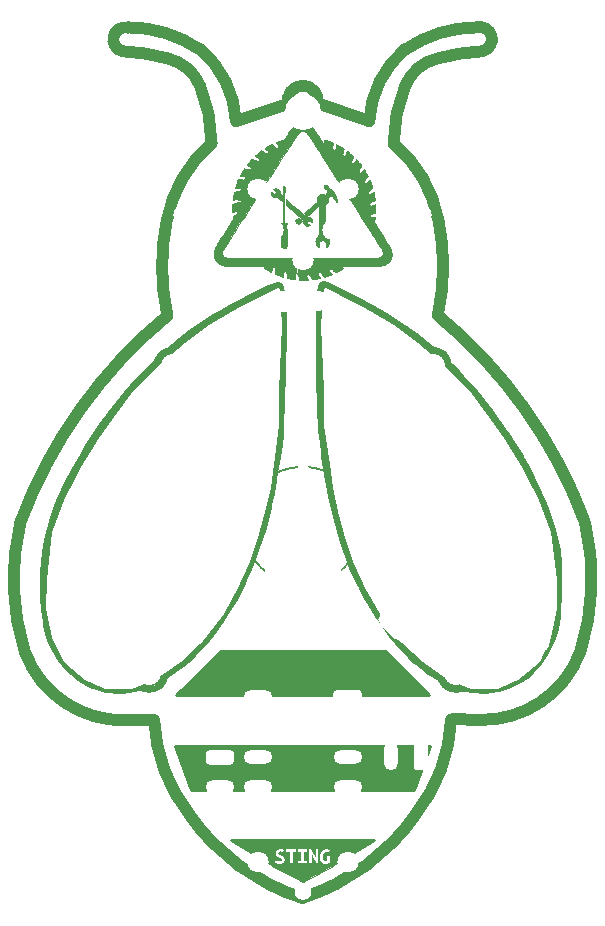
<source format=gbr>
%TF.GenerationSoftware,KiCad,Pcbnew,5.1.9-73d0e3b20d~88~ubuntu20.04.1*%
%TF.CreationDate,2021-09-08T23:10:41+05:30*%
%TF.ProjectId,MAP6,4d415036-2e6b-4696-9361-645f70636258,1*%
%TF.SameCoordinates,Original*%
%TF.FileFunction,Legend,Top*%
%TF.FilePolarity,Positive*%
%FSLAX46Y46*%
G04 Gerber Fmt 4.6, Leading zero omitted, Abs format (unit mm)*
G04 Created by KiCad (PCBNEW 5.1.9-73d0e3b20d~88~ubuntu20.04.1) date 2021-09-08 23:10:41*
%MOMM*%
%LPD*%
G01*
G04 APERTURE LIST*
%ADD10C,0.500000*%
%ADD11C,0.100000*%
%ADD12C,1.000000*%
%ADD13C,0.200000*%
%ADD14C,0.050800*%
%ADD15C,0.010000*%
%ADD16C,0.254000*%
%ADD17C,1.800000*%
%ADD18O,3.900000X2.600000*%
%ADD19O,1.200000X2.400000*%
%ADD20O,2.000000X1.000000*%
%ADD21O,1.800000X1.800000*%
%ADD22O,2.200000X1.800000*%
%ADD23O,2.400000X1.200000*%
%ADD24C,3.048000*%
%ADD25C,2.036000*%
%ADD26C,1.400000*%
%ADD27O,2.000000X1.700000*%
G04 APERTURE END LIST*
D10*
X162900000Y-123000000D02*
G75*
G03*
X162900000Y-123000000I-1400000J0D01*
G01*
X136900000Y-123000000D02*
G75*
G03*
X136900000Y-123000000I-1400000J0D01*
G01*
X134900000Y-110000000D02*
G75*
G03*
X134900000Y-110000000I-1400000J0D01*
G01*
X164900000Y-110000000D02*
G75*
G03*
X164900000Y-110000000I-1400000J0D01*
G01*
X160900000Y-97000000D02*
G75*
G03*
X160900000Y-97000000I-1400000J0D01*
G01*
X138900000Y-97000000D02*
G75*
G03*
X138900000Y-97000000I-1400000J0D01*
G01*
D11*
G36*
X148500000Y-140700000D02*
G01*
X145900000Y-139300000D01*
X151100000Y-139300000D01*
X148500000Y-140700000D01*
G37*
X148500000Y-140700000D02*
X145900000Y-139300000D01*
X151100000Y-139300000D01*
X148500000Y-140700000D01*
D12*
X163290992Y-68300004D02*
G75*
G03*
X157194422Y-70181096I9008J-10849151D01*
G01*
X157203527Y-73191434D02*
G75*
G03*
X156203086Y-78132191I12268255J-5055834D01*
G01*
X157199035Y-70128079D02*
G75*
G03*
X154140402Y-76270988I5500965J-6571921D01*
G01*
X163746533Y-70325404D02*
G75*
G03*
X159901861Y-70939949I817059J-17445282D01*
G01*
X159900089Y-70940371D02*
G75*
G03*
X157202795Y-73211798I904568J-3811380D01*
G01*
X139800000Y-73200000D02*
G75*
G02*
X140796914Y-78132191I-12271781J-5047266D01*
G01*
X137098138Y-70939951D02*
G75*
G02*
X139797205Y-73211800I-902795J-3811800D01*
G01*
X133250000Y-70325244D02*
G75*
G02*
X137098138Y-70939951I-813593J-17445441D01*
G01*
X139805578Y-70131941D02*
G75*
G02*
X142859599Y-76270987I-5505578J-6568059D01*
G01*
X133700000Y-68300000D02*
G75*
G02*
X139805578Y-70181096I0J-10849155D01*
G01*
X135929837Y-126948565D02*
G75*
G03*
X138900002Y-134925245I13870163J623320D01*
G01*
X137062393Y-92704570D02*
G75*
G03*
X124600000Y-110225245I26349075J-31934567D01*
G01*
X133750000Y-68325246D02*
G75*
G03*
X133250000Y-70325244I-250000J-999999D01*
G01*
X138893438Y-134919631D02*
G75*
G03*
X148500000Y-142020142I15113971J10399486D01*
G01*
X133579082Y-126962836D02*
X135800001Y-126925247D01*
X137000798Y-84620551D02*
G75*
G03*
X137053856Y-92711617I19141273J-3920187D01*
G01*
X124600079Y-110224915D02*
G75*
G03*
X124991450Y-121223183I19891371J-4798268D01*
G01*
X148499778Y-73250488D02*
G75*
G03*
X147249998Y-74775246I222J-1274757D01*
G01*
X147249998Y-74775246D02*
X142859599Y-76270987D01*
X140763000Y-78156789D02*
G75*
G03*
X137010605Y-84637737I7347606J-8580951D01*
G01*
X125001847Y-121230124D02*
G75*
G03*
X133579082Y-126962836I8307100J3146064D01*
G01*
X158106564Y-134894385D02*
G75*
G02*
X148500000Y-141994897I-15113974J10399488D01*
G01*
X161070165Y-126923319D02*
G75*
G02*
X158100000Y-134900000I-13870165J623319D01*
G01*
X163420917Y-126937593D02*
X161200000Y-126900000D01*
X171998153Y-121204879D02*
G75*
G02*
X163420917Y-126937593I-8307102J3146064D01*
G01*
X172399921Y-110199670D02*
G75*
G02*
X172008550Y-121197938I-19891371J-4798268D01*
G01*
X159937607Y-92679325D02*
G75*
G02*
X172400000Y-110200000I-26349075J-31934567D01*
G01*
X159999199Y-84595304D02*
G75*
G02*
X159946143Y-92686370I-19141272J-3920191D01*
G01*
X156194141Y-78095030D02*
G75*
G02*
X159989394Y-84612493I-7304747J-8617463D01*
G01*
X163250001Y-68300000D02*
G75*
G02*
X163749999Y-70300000I249999J-1000000D01*
G01*
X149750000Y-74750000D02*
X154140402Y-76270988D01*
X148500221Y-73225245D02*
G75*
G02*
X149750000Y-74750000I-221J-1274755D01*
G01*
X134536550Y-124020629D02*
X134536550Y-124020629D01*
X165138668Y-124053939D02*
X165138668Y-124053939D01*
X133201423Y-124211149D02*
X134201300Y-124091876D01*
X134201300Y-124091876D02*
X134536550Y-124020629D01*
X131938213Y-124141849D02*
X132950594Y-124217504D01*
X132950594Y-124217504D02*
X133201423Y-124211149D01*
X130862457Y-123812639D02*
X131819361Y-124116574D01*
X131819361Y-124116574D02*
X131938213Y-124141849D01*
X129870313Y-123289099D02*
X130775432Y-123774840D01*
X130775432Y-123774840D02*
X130862457Y-123812639D01*
X128911388Y-122491499D02*
X129684058Y-123156706D01*
X129684058Y-123156706D02*
X129870313Y-123289099D01*
X128021329Y-121402169D02*
X128654621Y-122216736D01*
X128654621Y-122216736D02*
X128911388Y-122491499D01*
X127407942Y-120179708D02*
X127853995Y-121123520D01*
X127853995Y-121123520D02*
X128021329Y-121402169D01*
X127055774Y-118934508D02*
X127321920Y-119925172D01*
X127321920Y-119925172D02*
X127407942Y-120179708D01*
X126857308Y-117596588D02*
X126995029Y-118598051D01*
X126995029Y-118598051D02*
X127055774Y-118934508D01*
X126780728Y-115559577D02*
X126801227Y-116628942D01*
X126801227Y-116628942D02*
X126857308Y-117596588D01*
X126857288Y-113457138D02*
X126800139Y-114473163D01*
X126800139Y-114473163D02*
X126780762Y-115491356D01*
X126780762Y-115491356D02*
X126780728Y-115559577D01*
X127092495Y-111824417D02*
X126935169Y-112816564D01*
X126935169Y-112816564D02*
X126857288Y-113457138D01*
X127520725Y-110142457D02*
X127240470Y-111154432D01*
X127240470Y-111154432D02*
X127092495Y-111824417D01*
X128059467Y-108651637D02*
X127699843Y-109612805D01*
X127699843Y-109612805D02*
X127520725Y-110142457D01*
X128929333Y-106798895D02*
X128485598Y-107711777D01*
X128485598Y-107711777D02*
X128059467Y-108651637D01*
X130041166Y-104734677D02*
X129541970Y-105626484D01*
X129541970Y-105626484D02*
X129060673Y-106539680D01*
X129060673Y-106539680D02*
X128929333Y-106798895D01*
X131084725Y-103070597D02*
X130522571Y-103947136D01*
X130522571Y-103947136D02*
X130041166Y-104734677D01*
X132363121Y-101273955D02*
X131767887Y-102089118D01*
X131767887Y-102089118D02*
X131174348Y-102937261D01*
X131174348Y-102937261D02*
X131084725Y-103070597D01*
X133894246Y-99362638D02*
X133224126Y-100173028D01*
X133224126Y-100173028D02*
X132573522Y-100997312D01*
X132573522Y-100997312D02*
X132363121Y-101273955D01*
X136024411Y-97105872D02*
X135290006Y-97854073D01*
X135290006Y-97854073D02*
X134563475Y-98621070D01*
X134563475Y-98621070D02*
X133894246Y-99362638D01*
X138198546Y-95103423D02*
X137434644Y-95766500D01*
X137434644Y-95766500D02*
X136687830Y-96460899D01*
X136687830Y-96460899D02*
X136024411Y-97105872D01*
X139893618Y-93864492D02*
X139039035Y-94465951D01*
X139039035Y-94465951D02*
X138198546Y-95103423D01*
X141815461Y-92683965D02*
X140945896Y-93199956D01*
X140945896Y-93199956D02*
X140088879Y-93736480D01*
X140088879Y-93736480D02*
X139893618Y-93864492D01*
X144629160Y-91154880D02*
X143665610Y-91667819D01*
X143665610Y-91667819D02*
X142706539Y-92188047D01*
X142706539Y-92188047D02*
X141815461Y-92683965D01*
X146458602Y-90360887D02*
X145467002Y-90717947D01*
X145467002Y-90717947D02*
X144629160Y-91154880D01*
X146605434Y-91792396D02*
X146526843Y-90787484D01*
X146526843Y-90787484D02*
X146458602Y-90360887D01*
X146591754Y-97298418D02*
X146611229Y-96288026D01*
X146611229Y-96288026D02*
X146628429Y-95156520D01*
X146628429Y-95156520D02*
X146638598Y-93989591D01*
X146638598Y-93989591D02*
X146636033Y-92888108D01*
X146636033Y-92888108D02*
X146609919Y-91876955D01*
X146609919Y-91876955D02*
X146605434Y-91792396D01*
X146389895Y-102705427D02*
X146455598Y-101631083D01*
X146455598Y-101631083D02*
X146503298Y-100462458D01*
X146503298Y-100462458D02*
X146542161Y-99271885D01*
X146542161Y-99271885D02*
X146571386Y-98192987D01*
X146571386Y-98192987D02*
X146591754Y-97298418D01*
X146158011Y-104693197D02*
X146290353Y-103648926D01*
X146290353Y-103648926D02*
X146389895Y-102705427D01*
X145847902Y-106549185D02*
X146018420Y-105562473D01*
X146018420Y-105562473D02*
X146158011Y-104693197D01*
X145422606Y-108689857D02*
X145629066Y-107692248D01*
X145629066Y-107692248D02*
X145827080Y-106663769D01*
X145827080Y-106663769D02*
X145847902Y-106549185D01*
X144858336Y-110906987D02*
X145122218Y-109933404D01*
X145122218Y-109933404D02*
X145369084Y-108928272D01*
X145369084Y-108928272D02*
X145422606Y-108689857D01*
X144148299Y-113056346D02*
X144488850Y-112084313D01*
X144488850Y-112084313D02*
X144803641Y-111092631D01*
X144803641Y-111092631D02*
X144858336Y-110906987D01*
X143398193Y-114852978D02*
X143822757Y-113875034D01*
X143822757Y-113875034D02*
X144148299Y-113056346D01*
X142617026Y-116411567D02*
X143094586Y-115479702D01*
X143094586Y-115479702D02*
X143398193Y-114852978D01*
X141493591Y-118246438D02*
X142040822Y-117391470D01*
X142040822Y-117391470D02*
X142571599Y-116495000D01*
X142571599Y-116495000D02*
X142617026Y-116411567D01*
X140122373Y-120097788D02*
X140749792Y-119294447D01*
X140749792Y-119294447D02*
X141336776Y-118477385D01*
X141336776Y-118477385D02*
X141493591Y-118246438D01*
X138791697Y-121499759D02*
X139505519Y-120784033D01*
X139505519Y-120784033D02*
X140122373Y-120097788D01*
X137475655Y-122583599D02*
X138261384Y-121962943D01*
X138261384Y-121962943D02*
X138791697Y-121499759D01*
X135989154Y-123455059D02*
X136874130Y-122971205D01*
X136874130Y-122971205D02*
X137475655Y-122583599D01*
X134536554Y-124020659D02*
X135514054Y-123668406D01*
X135514054Y-123668406D02*
X135989154Y-123455059D01*
X163991878Y-124209209D02*
X164989962Y-124086083D01*
X164989962Y-124086083D02*
X165138668Y-124053939D01*
X162903277Y-124168209D02*
X163925334Y-124211913D01*
X163925334Y-124211913D02*
X163991878Y-124209209D01*
X161935386Y-123943049D02*
X162903277Y-124168209D01*
X160914417Y-123559429D02*
X161852188Y-123917021D01*
X161852188Y-123917021D02*
X161935386Y-123943049D01*
X159741636Y-122899589D02*
X160627606Y-123417516D01*
X160627606Y-123417516D02*
X160914417Y-123559429D01*
X158504767Y-121989809D02*
X159315884Y-122607259D01*
X159315884Y-122607259D02*
X159741636Y-122899589D01*
X157395516Y-120948689D02*
X158129230Y-121660026D01*
X158129230Y-121660026D02*
X158504767Y-121989809D01*
X156336905Y-119737289D02*
X157007820Y-120523910D01*
X157007820Y-120523910D02*
X157395516Y-120948689D01*
X155180565Y-118131788D02*
X155780564Y-118997613D01*
X155780564Y-118997613D02*
X156336905Y-119737289D01*
X154078436Y-116296928D02*
X154596496Y-117198588D01*
X154596496Y-117198588D02*
X155147600Y-118081652D01*
X155147600Y-118081652D02*
X155180565Y-118131788D01*
X153232075Y-114600188D02*
X153693270Y-115551213D01*
X153693270Y-115551213D02*
X154078436Y-116296928D01*
X152511254Y-112829477D02*
X152890031Y-113802859D01*
X152890031Y-113802859D02*
X153232075Y-114600188D01*
X151893145Y-110908876D02*
X152187154Y-111872105D01*
X152187154Y-111872105D02*
X152511254Y-112829477D01*
X151401154Y-108971637D02*
X151652934Y-110006568D01*
X151652934Y-110006568D02*
X151893145Y-110908876D01*
X150987770Y-106931476D02*
X151189220Y-107972290D01*
X151189220Y-107972290D02*
X151401154Y-108971637D01*
X150603065Y-104599677D02*
X150768639Y-105646089D01*
X150768639Y-105646089D02*
X150944909Y-106690722D01*
X150944909Y-106690722D02*
X150987770Y-106931476D01*
X150327148Y-102355326D02*
X150443343Y-103420040D01*
X150443343Y-103420040D02*
X150583194Y-104466074D01*
X150583194Y-104466074D02*
X150603065Y-104599677D01*
X150172008Y-98685601D02*
X150205888Y-99806409D01*
X150205888Y-99806409D02*
X150246432Y-100871908D01*
X150246432Y-100871908D02*
X150298727Y-101942561D01*
X150298727Y-101942561D02*
X150327148Y-102355326D01*
X150102609Y-94125664D02*
X150109294Y-95201859D01*
X150109294Y-95201859D02*
X150122767Y-96237795D01*
X150122767Y-96237795D02*
X150141806Y-97337980D01*
X150141806Y-97337980D02*
X150164885Y-98402180D01*
X150164885Y-98402180D02*
X150172008Y-98685601D01*
X150170228Y-91271600D02*
X150127501Y-92323765D01*
X150127501Y-92323765D02*
X150106883Y-93423570D01*
X150106883Y-93423570D02*
X150102609Y-94125664D01*
X150277863Y-90250065D02*
X150170228Y-91271600D01*
X151947244Y-91047967D02*
X151031238Y-90586968D01*
X151031238Y-90586968D02*
X150277863Y-90250065D01*
X154608176Y-92478927D02*
X153666977Y-91957872D01*
X153666977Y-91957872D02*
X152753962Y-91469298D01*
X152753962Y-91469298D02*
X151947244Y-91047967D01*
X156517276Y-93646195D02*
X155659454Y-93105859D01*
X155659454Y-93105859D02*
X154774964Y-92575499D01*
X154774964Y-92575499D02*
X154608176Y-92478927D01*
X158008096Y-94683785D02*
X157163487Y-94081782D01*
X157163487Y-94081782D02*
X156517276Y-93646195D01*
X159350647Y-95772661D02*
X158564916Y-95121163D01*
X158564916Y-95121163D02*
X158008096Y-94683785D01*
X161024227Y-97345526D02*
X160257154Y-96600744D01*
X160257154Y-96600744D02*
X159516311Y-95917747D01*
X159516311Y-95917747D02*
X159350647Y-95772661D01*
X162685367Y-99124952D02*
X162013979Y-98379215D01*
X162013979Y-98379215D02*
X161282299Y-97607756D01*
X161282299Y-97607756D02*
X161024227Y-97345526D01*
X164103417Y-100864877D02*
X163445537Y-100038681D01*
X163445537Y-100038681D02*
X162802192Y-99261815D01*
X162802192Y-99261815D02*
X162685367Y-99124952D01*
X165486758Y-102784557D02*
X164893102Y-101933701D01*
X164893102Y-101933701D02*
X164299822Y-101122950D01*
X164299822Y-101122950D02*
X164103417Y-100864877D01*
X166697108Y-104692876D02*
X166164433Y-103827462D01*
X166164433Y-103827462D02*
X165596312Y-102948567D01*
X165596312Y-102948567D02*
X165486758Y-102784557D01*
X167789417Y-106718876D02*
X167310372Y-105795884D01*
X167310372Y-105795884D02*
X166814837Y-104895920D01*
X166814837Y-104895920D02*
X166697108Y-104692876D01*
X168778177Y-108924737D02*
X168378987Y-107982548D01*
X168378987Y-107982548D02*
X167943265Y-107034446D01*
X167943265Y-107034446D02*
X167789417Y-106718876D01*
X169438688Y-110836056D02*
X169125027Y-109864839D01*
X169125027Y-109864839D02*
X168778177Y-108924737D01*
X169793999Y-112321387D02*
X169565142Y-111312179D01*
X169565142Y-111312179D02*
X169438688Y-110836056D01*
X169954479Y-114772298D02*
X169916933Y-113692221D01*
X169916933Y-113692221D02*
X169841239Y-112658794D01*
X169841239Y-112658794D02*
X169793999Y-112321387D01*
X169907379Y-117563158D02*
X169956228Y-116530681D01*
X169956228Y-116530681D02*
X169964335Y-115481653D01*
X169964335Y-115481653D02*
X169954479Y-114772298D01*
X169666238Y-119202459D02*
X169839768Y-118169775D01*
X169839768Y-118169775D02*
X169907379Y-117563158D01*
X169097037Y-120692948D02*
X169493735Y-119759258D01*
X169493735Y-119759258D02*
X169666238Y-119202459D01*
X168275078Y-122028869D02*
X168850132Y-121152922D01*
X168850132Y-121152922D02*
X169097037Y-120692948D01*
X167373748Y-122926279D02*
X168105561Y-122223118D01*
X168105561Y-122223118D02*
X168275078Y-122028869D01*
X166267178Y-123628779D02*
X167133308Y-123106220D01*
X167133308Y-123106220D02*
X167373748Y-122926279D01*
X165138658Y-124053959D02*
X166098445Y-123707493D01*
X166098445Y-123707493D02*
X166267178Y-123628779D01*
D13*
%TO.C,M1*%
X153500000Y-110500000D02*
G75*
G03*
X153500000Y-110500000I-5000000J0D01*
G01*
D14*
%TO.C,kibuzzard-611CE09C*%
G36*
X146200000Y-137600000D02*
G01*
X146315917Y-137978030D01*
X146396668Y-137926172D01*
X146495411Y-137895057D01*
X146612145Y-137884685D01*
X146713824Y-137890876D01*
X146801692Y-137909450D01*
X146937900Y-137964695D01*
X146869320Y-138145670D01*
X146763592Y-138099950D01*
X146629290Y-138080900D01*
X146525573Y-138095928D01*
X146463343Y-138141013D01*
X146442600Y-138216155D01*
X146461650Y-138276162D01*
X146510227Y-138321882D01*
X146576902Y-138357125D01*
X146650245Y-138385700D01*
X146765497Y-138432372D01*
X146875987Y-138500953D01*
X146958855Y-138607633D01*
X147425580Y-139090550D01*
X147425580Y-138105665D01*
X147115065Y-138105665D01*
X147115065Y-137911355D01*
X147972315Y-137911355D01*
X147972315Y-138105665D01*
X147661800Y-138105665D01*
X147661800Y-139090550D01*
X147425580Y-139090550D01*
X146958855Y-138607633D01*
X146983144Y-138679784D01*
X146991240Y-138768605D01*
X146964332Y-138915528D01*
X146883607Y-139024828D01*
X146799470Y-139075098D01*
X146690567Y-139105261D01*
X146556900Y-139115315D01*
X146424979Y-139107457D01*
X146322585Y-139083883D01*
X146191140Y-139025780D01*
X146259720Y-138835280D01*
X146382592Y-138892430D01*
X146461888Y-138912433D01*
X146556900Y-138919100D01*
X146655007Y-138906718D01*
X146716920Y-138872428D01*
X146748352Y-138822898D01*
X146756925Y-138766700D01*
X146735970Y-138701930D01*
X146682630Y-138651448D01*
X146610240Y-138611443D01*
X146530230Y-138578105D01*
X146419740Y-138534290D01*
X146315917Y-138471425D01*
X146238765Y-138377127D01*
X146208285Y-138237110D01*
X146235193Y-138089472D01*
X146315917Y-137978030D01*
X146200000Y-137600000D01*
X146100000Y-137600000D01*
X146100000Y-139400000D01*
X148122810Y-139090550D01*
X148122810Y-138896240D01*
X148379985Y-138896240D01*
X148379985Y-138105665D01*
X148122810Y-138105665D01*
X148122810Y-137911355D01*
X148871475Y-137911355D01*
X148871475Y-138105665D01*
X148616205Y-138105665D01*
X148616205Y-138896240D01*
X148871475Y-138896240D01*
X148871475Y-139090550D01*
X148122810Y-139090550D01*
X146100000Y-139400000D01*
X146300000Y-139400000D01*
X149648715Y-139090550D01*
X149593788Y-138959846D01*
X149535685Y-138829353D01*
X149474408Y-138699073D01*
X149409955Y-138568792D01*
X149342328Y-138438299D01*
X149271525Y-138307595D01*
X149271525Y-139090550D01*
X149060070Y-139090550D01*
X149060070Y-137911355D01*
X149248665Y-137911355D01*
X149302005Y-137998747D01*
X149355345Y-138093282D01*
X149407971Y-138191152D01*
X149459168Y-138288545D01*
X149507745Y-138384271D01*
X149552513Y-138477140D01*
X149592279Y-138562865D01*
X149625855Y-138637160D01*
X149625855Y-137911355D01*
X149837310Y-137911355D01*
X149837310Y-139090550D01*
X149648715Y-139090550D01*
X146245570Y-139400000D01*
X150900000Y-139400000D01*
X150803145Y-139061975D01*
X150672653Y-139096265D01*
X150574783Y-139110553D01*
X150458340Y-139115315D01*
X150353327Y-139105552D01*
X150259268Y-139076263D01*
X150177114Y-139027685D01*
X150107820Y-138960058D01*
X150052099Y-138873380D01*
X150010665Y-138767653D01*
X149984948Y-138643113D01*
X149976375Y-138500000D01*
X149986376Y-138358316D01*
X150016380Y-138234252D01*
X150063529Y-138128287D01*
X150124965Y-138040895D01*
X150199736Y-137972553D01*
X150286890Y-137923737D01*
X150383569Y-137894448D01*
X150486915Y-137884685D01*
X150609788Y-137895162D01*
X150704085Y-137918975D01*
X150769808Y-137947550D01*
X150808860Y-137970410D01*
X150747900Y-138157100D01*
X150645030Y-138109475D01*
X150519300Y-138088520D01*
X150378330Y-138119000D01*
X150284033Y-138203772D01*
X150230693Y-138333312D01*
X150218548Y-138412608D01*
X150214500Y-138500000D01*
X150221908Y-138628588D01*
X150244133Y-138732410D01*
X150281175Y-138811468D01*
X150363566Y-138886477D01*
X150477390Y-138911480D01*
X150523110Y-138909575D01*
X150568830Y-138903860D01*
X150568830Y-138473330D01*
X150803145Y-138473330D01*
X150803145Y-139061975D01*
X150808860Y-139400000D01*
X150900000Y-139400000D01*
X150900000Y-137600000D01*
X150808860Y-137600000D01*
X146191140Y-137600000D01*
X146200000Y-137600000D01*
G37*
%TO.C,kibuzzard-612E1065*%
G36*
X150532635Y-116582830D02*
G01*
X150518348Y-116501867D01*
X150475485Y-116445670D01*
X150409286Y-116412809D01*
X150324990Y-116401855D01*
X150292605Y-116402807D01*
X150254505Y-116407570D01*
X150254505Y-116761900D01*
X150305940Y-116761900D01*
X150409286Y-116750232D01*
X150479295Y-116715227D01*
X150532635Y-116582830D01*
G37*
G36*
X149254380Y-116800000D02*
G01*
X149256047Y-116883106D01*
X149261048Y-116960973D01*
X149287718Y-117091465D01*
X149343915Y-117179095D01*
X149441070Y-117211480D01*
X149537273Y-117179095D01*
X149594423Y-117090513D01*
X149621093Y-116960020D01*
X149626093Y-116882868D01*
X149627760Y-116800000D01*
X149626093Y-116716894D01*
X149621093Y-116639027D01*
X149594423Y-116508535D01*
X149538225Y-116420905D01*
X149441070Y-116388520D01*
X149343915Y-116420905D01*
X149287718Y-116509487D01*
X149261048Y-116639980D01*
X149256047Y-116717132D01*
X149254380Y-116800000D01*
G37*
G36*
X147349380Y-116800000D02*
G01*
X147351047Y-116883106D01*
X147356047Y-116960973D01*
X147382717Y-117091465D01*
X147438915Y-117179095D01*
X147536070Y-117211480D01*
X147632272Y-117179095D01*
X147689422Y-117090513D01*
X147716092Y-116960020D01*
X147721093Y-116882868D01*
X147722760Y-116800000D01*
X147721093Y-116716894D01*
X147716092Y-116639027D01*
X147689422Y-116508535D01*
X147633225Y-116420905D01*
X147536070Y-116388520D01*
X147438915Y-116420905D01*
X147382717Y-116509487D01*
X147356047Y-116639980D01*
X147351047Y-116717132D01*
X147349380Y-116800000D01*
G37*
G36*
X146151135Y-115672055D02*
G01*
X146414025Y-116211355D01*
X146447362Y-116314225D01*
X146490225Y-116449480D01*
X146535945Y-116596165D01*
X146579760Y-116733325D01*
X146627385Y-116587592D01*
X146675010Y-116442812D01*
X146716920Y-116312320D01*
X146751210Y-116211355D01*
X146945520Y-116211355D01*
X146958617Y-116363755D01*
X146971237Y-116512345D01*
X146982667Y-116658316D01*
X146992192Y-116802858D01*
X147111255Y-116800000D01*
X147118280Y-116656946D01*
X147139354Y-116532586D01*
X147174477Y-116426918D01*
X147223650Y-116339942D01*
X147308317Y-116253688D01*
X147412457Y-116201936D01*
X147536070Y-116184685D01*
X147663493Y-116201936D01*
X147768903Y-116253688D01*
X147852300Y-116339942D01*
X147899806Y-116426918D01*
X147933739Y-116532586D01*
X148370460Y-116405665D01*
X148059945Y-116405665D01*
X148059945Y-116211355D01*
X148917195Y-116211355D01*
X148917195Y-116405665D01*
X148606680Y-116405665D01*
X149016255Y-116800000D01*
X149023280Y-116656946D01*
X149044354Y-116532586D01*
X149079477Y-116426918D01*
X149128650Y-116339942D01*
X149213317Y-116253688D01*
X149317457Y-116201936D01*
X149441070Y-116184685D01*
X149568493Y-116201936D01*
X149673903Y-116253688D01*
X149757300Y-116339942D01*
X149804806Y-116426918D01*
X149838739Y-116532586D01*
X149859098Y-116656946D01*
X149865885Y-116800000D01*
X149858979Y-116943054D01*
X149838263Y-117067414D01*
X149803734Y-117173082D01*
X149755395Y-117260058D01*
X149671575Y-117346312D01*
X149567435Y-117398064D01*
X149442975Y-117415315D01*
X149315446Y-117398064D01*
X149209718Y-117346312D01*
X149125793Y-117260058D01*
X149077870Y-117173082D01*
X149043639Y-117067414D01*
X149023101Y-116943054D01*
X149016255Y-116800000D01*
X148606680Y-116405665D01*
X148606680Y-117390550D01*
X148370460Y-117390550D01*
X148370460Y-116405665D01*
X147933739Y-116532586D01*
X147954098Y-116656946D01*
X147960885Y-116800000D01*
X147953979Y-116943054D01*
X147933262Y-117067414D01*
X147898734Y-117173082D01*
X147850395Y-117260058D01*
X147766575Y-117346312D01*
X147662435Y-117398064D01*
X147537975Y-117415315D01*
X147410446Y-117398064D01*
X147304718Y-117346312D01*
X147220792Y-117260058D01*
X147172870Y-117173082D01*
X147138639Y-117067414D01*
X147118101Y-116943054D01*
X147111255Y-116800000D01*
X146992192Y-116802858D01*
X147000051Y-116947161D01*
X147006480Y-117092418D01*
X147011719Y-117239817D01*
X147016005Y-117390550D01*
X146800740Y-117390550D01*
X146812170Y-116474245D01*
X146667390Y-116973355D01*
X146495940Y-116973355D01*
X146356875Y-116474245D01*
X146366400Y-117390550D01*
X146151135Y-117390550D01*
X146157088Y-117242913D01*
X146163517Y-117089560D01*
X146170423Y-116933826D01*
X146177805Y-116779045D01*
X146186139Y-116627121D01*
X146195902Y-116479960D01*
X146207094Y-116340419D01*
X146219715Y-116211355D01*
X146414025Y-116211355D01*
X146151135Y-115672055D01*
X145638505Y-115672055D01*
X145638505Y-117927945D01*
X146151135Y-117927945D01*
X150848865Y-117927945D01*
X150848865Y-117390550D01*
X150603120Y-117390550D01*
X150555733Y-117278393D01*
X150501203Y-117170523D01*
X150440957Y-117064081D01*
X150376425Y-116956210D01*
X150254505Y-116956210D01*
X150254505Y-117390550D01*
X150020190Y-117390550D01*
X150020190Y-116228500D01*
X150095438Y-116214212D01*
X150178305Y-116204687D01*
X150258315Y-116199925D01*
X150324990Y-116198020D01*
X150421193Y-116203735D01*
X150507870Y-116220880D01*
X150584070Y-116249931D01*
X150648840Y-116291365D01*
X150739328Y-116412332D01*
X150762902Y-116492104D01*
X150770760Y-116584735D01*
X150760283Y-116682842D01*
X150728850Y-116771425D01*
X150673129Y-116845244D01*
X150589785Y-116899060D01*
X150658365Y-117008598D01*
X150728850Y-117134328D01*
X150794573Y-117265773D01*
X150848865Y-117390550D01*
X150848865Y-117927945D01*
X151361495Y-117927945D01*
X151361495Y-115672055D01*
X150848865Y-115672055D01*
X146151135Y-115672055D01*
G37*
D15*
%TO.C,G1*%
G36*
X146233922Y-81945692D02*
G01*
X146300467Y-81955425D01*
X146321426Y-81961407D01*
X146397635Y-81995867D01*
X146467993Y-82043470D01*
X146524496Y-82098036D01*
X146553278Y-82140421D01*
X146571443Y-82185180D01*
X146589375Y-82244179D01*
X146601685Y-82297398D01*
X146614763Y-82355143D01*
X146630975Y-82395963D01*
X146655770Y-82431061D01*
X146678669Y-82455705D01*
X146736768Y-82514905D01*
X146732912Y-82769524D01*
X146729055Y-83024143D01*
X146520842Y-82849794D01*
X146312628Y-82675444D01*
X146192305Y-82675444D01*
X146103991Y-82671453D01*
X146035097Y-82657671D01*
X145977721Y-82631383D01*
X145923963Y-82589878D01*
X145912943Y-82579505D01*
X145850498Y-82505983D01*
X145813518Y-82428327D01*
X145799302Y-82340616D01*
X145799007Y-82329722D01*
X145797722Y-82245056D01*
X145850351Y-82240693D01*
X145883107Y-82241007D01*
X145911668Y-82251068D01*
X145945070Y-82275136D01*
X145970295Y-82297261D01*
X146023147Y-82345082D01*
X146059508Y-82376738D01*
X146084089Y-82394694D01*
X146101602Y-82401410D01*
X146116758Y-82399348D01*
X146134268Y-82390972D01*
X146141922Y-82386954D01*
X146189221Y-82347547D01*
X146219395Y-82290850D01*
X146228197Y-82235173D01*
X146225519Y-82211285D01*
X146214898Y-82187766D01*
X146192593Y-82159584D01*
X146154865Y-82121707D01*
X146119200Y-82088495D01*
X146070870Y-82043832D01*
X146040806Y-82014209D01*
X146026454Y-81995612D01*
X146025262Y-81984027D01*
X146034676Y-81975440D01*
X146043984Y-81970254D01*
X146094793Y-81953454D01*
X146161735Y-81945151D01*
X146233922Y-81945692D01*
G37*
X146233922Y-81945692D02*
X146300467Y-81955425D01*
X146321426Y-81961407D01*
X146397635Y-81995867D01*
X146467993Y-82043470D01*
X146524496Y-82098036D01*
X146553278Y-82140421D01*
X146571443Y-82185180D01*
X146589375Y-82244179D01*
X146601685Y-82297398D01*
X146614763Y-82355143D01*
X146630975Y-82395963D01*
X146655770Y-82431061D01*
X146678669Y-82455705D01*
X146736768Y-82514905D01*
X146732912Y-82769524D01*
X146729055Y-83024143D01*
X146520842Y-82849794D01*
X146312628Y-82675444D01*
X146192305Y-82675444D01*
X146103991Y-82671453D01*
X146035097Y-82657671D01*
X145977721Y-82631383D01*
X145923963Y-82589878D01*
X145912943Y-82579505D01*
X145850498Y-82505983D01*
X145813518Y-82428327D01*
X145799302Y-82340616D01*
X145799007Y-82329722D01*
X145797722Y-82245056D01*
X145850351Y-82240693D01*
X145883107Y-82241007D01*
X145911668Y-82251068D01*
X145945070Y-82275136D01*
X145970295Y-82297261D01*
X146023147Y-82345082D01*
X146059508Y-82376738D01*
X146084089Y-82394694D01*
X146101602Y-82401410D01*
X146116758Y-82399348D01*
X146134268Y-82390972D01*
X146141922Y-82386954D01*
X146189221Y-82347547D01*
X146219395Y-82290850D01*
X146228197Y-82235173D01*
X146225519Y-82211285D01*
X146214898Y-82187766D01*
X146192593Y-82159584D01*
X146154865Y-82121707D01*
X146119200Y-82088495D01*
X146070870Y-82043832D01*
X146040806Y-82014209D01*
X146026454Y-81995612D01*
X146025262Y-81984027D01*
X146034676Y-81975440D01*
X146043984Y-81970254D01*
X146094793Y-81953454D01*
X146161735Y-81945151D01*
X146233922Y-81945692D01*
G36*
X150493109Y-81626876D02*
G01*
X150514833Y-81638859D01*
X150544696Y-81665541D01*
X150568775Y-81689145D01*
X150620663Y-81748585D01*
X150653245Y-81803961D01*
X150658397Y-81818218D01*
X150687365Y-81881564D01*
X150728816Y-81927179D01*
X150778217Y-81950860D01*
X150803938Y-81953183D01*
X150860046Y-81963576D01*
X150918980Y-81999231D01*
X150981216Y-82060680D01*
X151047228Y-82148449D01*
X151117489Y-82263070D01*
X151171201Y-82362960D01*
X151241700Y-82506738D01*
X151298488Y-82638515D01*
X151345431Y-82768370D01*
X151386396Y-82906380D01*
X151400775Y-82961381D01*
X151417467Y-83030677D01*
X151425237Y-83077335D01*
X151423056Y-83105815D01*
X151409899Y-83120574D01*
X151384737Y-83126072D01*
X151362667Y-83126784D01*
X151340436Y-83123412D01*
X151323375Y-83108974D01*
X151306310Y-83077451D01*
X151293131Y-83045861D01*
X151227946Y-82907025D01*
X151150680Y-82789101D01*
X151104247Y-82733750D01*
X151066333Y-82689381D01*
X151034628Y-82647456D01*
X151015618Y-82616591D01*
X151014934Y-82615076D01*
X150993435Y-82580683D01*
X150964755Y-82567514D01*
X150923522Y-82574487D01*
X150887246Y-82589401D01*
X150831500Y-82612186D01*
X150769475Y-82633140D01*
X150748058Y-82639201D01*
X150720124Y-82648477D01*
X150689040Y-82663354D01*
X150652262Y-82685719D01*
X150607243Y-82717462D01*
X150551438Y-82760470D01*
X150482302Y-82816632D01*
X150397290Y-82887835D01*
X150293856Y-82975970D01*
X150292111Y-82977465D01*
X150248244Y-83013313D01*
X150210949Y-83040639D01*
X150186358Y-83055060D01*
X150181841Y-83056249D01*
X150162184Y-83047672D01*
X150129189Y-83025098D01*
X150093653Y-82996472D01*
X150055254Y-82961482D01*
X150034363Y-82934937D01*
X150025938Y-82908312D01*
X150024800Y-82880056D01*
X150027224Y-82849504D01*
X150036626Y-82824895D01*
X150057700Y-82799225D01*
X150095139Y-82765489D01*
X150109897Y-82753056D01*
X150146939Y-82719879D01*
X150198616Y-82670632D01*
X150260368Y-82609928D01*
X150327631Y-82542385D01*
X150395845Y-82472617D01*
X150460448Y-82405240D01*
X150516877Y-82344869D01*
X150553579Y-82304141D01*
X150576387Y-82270573D01*
X150586639Y-82230734D01*
X150588392Y-82191252D01*
X150577422Y-82112006D01*
X150544378Y-82050238D01*
X150488867Y-82005457D01*
X150419111Y-81979207D01*
X150389224Y-81961157D01*
X150352684Y-81922778D01*
X150329861Y-81892261D01*
X150299851Y-81845486D01*
X150285280Y-81812011D01*
X150283144Y-81783775D01*
X150285093Y-81772160D01*
X150306293Y-81729964D01*
X150347201Y-81687764D01*
X150400116Y-81652262D01*
X150444197Y-81633708D01*
X150472054Y-81626267D01*
X150493109Y-81626876D01*
G37*
X150493109Y-81626876D02*
X150514833Y-81638859D01*
X150544696Y-81665541D01*
X150568775Y-81689145D01*
X150620663Y-81748585D01*
X150653245Y-81803961D01*
X150658397Y-81818218D01*
X150687365Y-81881564D01*
X150728816Y-81927179D01*
X150778217Y-81950860D01*
X150803938Y-81953183D01*
X150860046Y-81963576D01*
X150918980Y-81999231D01*
X150981216Y-82060680D01*
X151047228Y-82148449D01*
X151117489Y-82263070D01*
X151171201Y-82362960D01*
X151241700Y-82506738D01*
X151298488Y-82638515D01*
X151345431Y-82768370D01*
X151386396Y-82906380D01*
X151400775Y-82961381D01*
X151417467Y-83030677D01*
X151425237Y-83077335D01*
X151423056Y-83105815D01*
X151409899Y-83120574D01*
X151384737Y-83126072D01*
X151362667Y-83126784D01*
X151340436Y-83123412D01*
X151323375Y-83108974D01*
X151306310Y-83077451D01*
X151293131Y-83045861D01*
X151227946Y-82907025D01*
X151150680Y-82789101D01*
X151104247Y-82733750D01*
X151066333Y-82689381D01*
X151034628Y-82647456D01*
X151015618Y-82616591D01*
X151014934Y-82615076D01*
X150993435Y-82580683D01*
X150964755Y-82567514D01*
X150923522Y-82574487D01*
X150887246Y-82589401D01*
X150831500Y-82612186D01*
X150769475Y-82633140D01*
X150748058Y-82639201D01*
X150720124Y-82648477D01*
X150689040Y-82663354D01*
X150652262Y-82685719D01*
X150607243Y-82717462D01*
X150551438Y-82760470D01*
X150482302Y-82816632D01*
X150397290Y-82887835D01*
X150293856Y-82975970D01*
X150292111Y-82977465D01*
X150248244Y-83013313D01*
X150210949Y-83040639D01*
X150186358Y-83055060D01*
X150181841Y-83056249D01*
X150162184Y-83047672D01*
X150129189Y-83025098D01*
X150093653Y-82996472D01*
X150055254Y-82961482D01*
X150034363Y-82934937D01*
X150025938Y-82908312D01*
X150024800Y-82880056D01*
X150027224Y-82849504D01*
X150036626Y-82824895D01*
X150057700Y-82799225D01*
X150095139Y-82765489D01*
X150109897Y-82753056D01*
X150146939Y-82719879D01*
X150198616Y-82670632D01*
X150260368Y-82609928D01*
X150327631Y-82542385D01*
X150395845Y-82472617D01*
X150460448Y-82405240D01*
X150516877Y-82344869D01*
X150553579Y-82304141D01*
X150576387Y-82270573D01*
X150586639Y-82230734D01*
X150588392Y-82191252D01*
X150577422Y-82112006D01*
X150544378Y-82050238D01*
X150488867Y-82005457D01*
X150419111Y-81979207D01*
X150389224Y-81961157D01*
X150352684Y-81922778D01*
X150329861Y-81892261D01*
X150299851Y-81845486D01*
X150285280Y-81812011D01*
X150283144Y-81783775D01*
X150285093Y-81772160D01*
X150306293Y-81729964D01*
X150347201Y-81687764D01*
X150400116Y-81652262D01*
X150444197Y-81633708D01*
X150472054Y-81626267D01*
X150493109Y-81626876D01*
G36*
X149697945Y-83143887D02*
G01*
X149712551Y-83173222D01*
X149714023Y-83176217D01*
X149735568Y-83209684D01*
X149769193Y-83251337D01*
X149795483Y-83279683D01*
X149826783Y-83313558D01*
X149847103Y-83340028D01*
X149851928Y-83351890D01*
X149840537Y-83364823D01*
X149812051Y-83393157D01*
X149770223Y-83433269D01*
X149718802Y-83481536D01*
X149692389Y-83506006D01*
X149629244Y-83565777D01*
X149566096Y-83628176D01*
X149509533Y-83686527D01*
X149466143Y-83734157D01*
X149459555Y-83741893D01*
X149423835Y-83781636D01*
X149372148Y-83835271D01*
X149309496Y-83897802D01*
X149240879Y-83964228D01*
X149177333Y-84023976D01*
X149107234Y-84088689D01*
X149054233Y-84136680D01*
X149014762Y-84170451D01*
X148985253Y-84192501D01*
X148962140Y-84205330D01*
X148941854Y-84211438D01*
X148920828Y-84213325D01*
X148906916Y-84213471D01*
X148873467Y-84211651D01*
X148843544Y-84203930D01*
X148810196Y-84187058D01*
X148766471Y-84157788D01*
X148728604Y-84130137D01*
X148679831Y-84093237D01*
X148639801Y-84061572D01*
X148613903Y-84039481D01*
X148607325Y-84032525D01*
X148613092Y-84015928D01*
X148639562Y-83984246D01*
X148684756Y-83939191D01*
X148746698Y-83882473D01*
X148823410Y-83815805D01*
X148912914Y-83740897D01*
X149013234Y-83659462D01*
X149122392Y-83573211D01*
X149238411Y-83483854D01*
X149261415Y-83466404D01*
X149339318Y-83406940D01*
X149416599Y-83347035D01*
X149487776Y-83291003D01*
X149547370Y-83243158D01*
X149589900Y-83207816D01*
X149590344Y-83207433D01*
X149633153Y-83171368D01*
X149666998Y-83144326D01*
X149686979Y-83130151D01*
X149690237Y-83129085D01*
X149697945Y-83143887D01*
G37*
X149697945Y-83143887D02*
X149712551Y-83173222D01*
X149714023Y-83176217D01*
X149735568Y-83209684D01*
X149769193Y-83251337D01*
X149795483Y-83279683D01*
X149826783Y-83313558D01*
X149847103Y-83340028D01*
X149851928Y-83351890D01*
X149840537Y-83364823D01*
X149812051Y-83393157D01*
X149770223Y-83433269D01*
X149718802Y-83481536D01*
X149692389Y-83506006D01*
X149629244Y-83565777D01*
X149566096Y-83628176D01*
X149509533Y-83686527D01*
X149466143Y-83734157D01*
X149459555Y-83741893D01*
X149423835Y-83781636D01*
X149372148Y-83835271D01*
X149309496Y-83897802D01*
X149240879Y-83964228D01*
X149177333Y-84023976D01*
X149107234Y-84088689D01*
X149054233Y-84136680D01*
X149014762Y-84170451D01*
X148985253Y-84192501D01*
X148962140Y-84205330D01*
X148941854Y-84211438D01*
X148920828Y-84213325D01*
X148906916Y-84213471D01*
X148873467Y-84211651D01*
X148843544Y-84203930D01*
X148810196Y-84187058D01*
X148766471Y-84157788D01*
X148728604Y-84130137D01*
X148679831Y-84093237D01*
X148639801Y-84061572D01*
X148613903Y-84039481D01*
X148607325Y-84032525D01*
X148613092Y-84015928D01*
X148639562Y-83984246D01*
X148684756Y-83939191D01*
X148746698Y-83882473D01*
X148823410Y-83815805D01*
X148912914Y-83740897D01*
X149013234Y-83659462D01*
X149122392Y-83573211D01*
X149238411Y-83483854D01*
X149261415Y-83466404D01*
X149339318Y-83406940D01*
X149416599Y-83347035D01*
X149487776Y-83291003D01*
X149547370Y-83243158D01*
X149589900Y-83207816D01*
X149590344Y-83207433D01*
X149633153Y-83171368D01*
X149666998Y-83144326D01*
X149686979Y-83130151D01*
X149690237Y-83129085D01*
X149697945Y-83143887D01*
G36*
X148303219Y-84539591D02*
G01*
X148352213Y-84586304D01*
X148392339Y-84628248D01*
X148419462Y-84660837D01*
X148429444Y-84679485D01*
X148429444Y-84679500D01*
X148419140Y-84701281D01*
X148392517Y-84732010D01*
X148365683Y-84756292D01*
X148323150Y-84796828D01*
X148277442Y-84849035D01*
X148245213Y-84892047D01*
X148214979Y-84934258D01*
X148188803Y-84961529D01*
X148162844Y-84973005D01*
X148133260Y-84967830D01*
X148096211Y-84945147D01*
X148047856Y-84904099D01*
X147984353Y-84843830D01*
X147971061Y-84830917D01*
X147908381Y-84768592D01*
X147864692Y-84721686D01*
X147837564Y-84687242D01*
X147824568Y-84662304D01*
X147822541Y-84650294D01*
X147831942Y-84610162D01*
X147855851Y-84585004D01*
X147874348Y-84580444D01*
X147909683Y-84573487D01*
X147960084Y-84555225D01*
X148016850Y-84529576D01*
X148071283Y-84500455D01*
X148113204Y-84472917D01*
X148176994Y-84424226D01*
X148303219Y-84539591D01*
G37*
X148303219Y-84539591D02*
X148352213Y-84586304D01*
X148392339Y-84628248D01*
X148419462Y-84660837D01*
X148429444Y-84679485D01*
X148429444Y-84679500D01*
X148419140Y-84701281D01*
X148392517Y-84732010D01*
X148365683Y-84756292D01*
X148323150Y-84796828D01*
X148277442Y-84849035D01*
X148245213Y-84892047D01*
X148214979Y-84934258D01*
X148188803Y-84961529D01*
X148162844Y-84973005D01*
X148133260Y-84967830D01*
X148096211Y-84945147D01*
X148047856Y-84904099D01*
X147984353Y-84843830D01*
X147971061Y-84830917D01*
X147908381Y-84768592D01*
X147864692Y-84721686D01*
X147837564Y-84687242D01*
X147824568Y-84662304D01*
X147822541Y-84650294D01*
X147831942Y-84610162D01*
X147855851Y-84585004D01*
X147874348Y-84580444D01*
X147909683Y-84573487D01*
X147960084Y-84555225D01*
X148016850Y-84529576D01*
X148071283Y-84500455D01*
X148113204Y-84472917D01*
X148176994Y-84424226D01*
X148303219Y-84539591D01*
G36*
X147101831Y-82857545D02*
G01*
X147133458Y-82884270D01*
X147179862Y-82924632D01*
X147237990Y-82975962D01*
X147304789Y-83035586D01*
X147352620Y-83078615D01*
X147530366Y-83238256D01*
X147701875Y-83390828D01*
X147865903Y-83535290D01*
X148021207Y-83670599D01*
X148166543Y-83795713D01*
X148300668Y-83909591D01*
X148422337Y-84011190D01*
X148530308Y-84099468D01*
X148623337Y-84173384D01*
X148700180Y-84231896D01*
X148759594Y-84273962D01*
X148800334Y-84298539D01*
X148815832Y-84304570D01*
X148845524Y-84308951D01*
X148892171Y-84314262D01*
X148935231Y-84318405D01*
X149038773Y-84337422D01*
X149126198Y-84376408D01*
X149203897Y-84438310D01*
X149211074Y-84445561D01*
X149271020Y-84521001D01*
X149305304Y-84600073D01*
X149316362Y-84689050D01*
X149315709Y-84715082D01*
X149312437Y-84761966D01*
X149306493Y-84787663D01*
X149294467Y-84799197D01*
X149272946Y-84803592D01*
X149272716Y-84803619D01*
X149245282Y-84801123D01*
X149213979Y-84784913D01*
X149172508Y-84751438D01*
X149159827Y-84739967D01*
X149105432Y-84689919D01*
X149067703Y-84656484D01*
X149041992Y-84637771D01*
X149023653Y-84631894D01*
X149008038Y-84636965D01*
X148990499Y-84651094D01*
X148975106Y-84664910D01*
X148938139Y-84706913D01*
X148907158Y-84757912D01*
X148900816Y-84772516D01*
X148876467Y-84836273D01*
X148980260Y-84940764D01*
X149084053Y-85045254D01*
X149035443Y-85064986D01*
X148964881Y-85085787D01*
X148892201Y-85094259D01*
X148831611Y-85089142D01*
X148742202Y-85054404D01*
X148668432Y-84996451D01*
X148610197Y-84915143D01*
X148567395Y-84810341D01*
X148542511Y-84699189D01*
X148533384Y-84652778D01*
X148519907Y-84618707D01*
X148496394Y-84587057D01*
X148457161Y-84547910D01*
X148454248Y-84545167D01*
X148406086Y-84500610D01*
X148338862Y-84439501D01*
X148254801Y-84363816D01*
X148156126Y-84275536D01*
X148045060Y-84176638D01*
X147923828Y-84069101D01*
X147794652Y-83954904D01*
X147659757Y-83836025D01*
X147521366Y-83714444D01*
X147473417Y-83672408D01*
X147074778Y-83323128D01*
X147074778Y-83082777D01*
X147075520Y-82995597D01*
X147077631Y-82925750D01*
X147080939Y-82876301D01*
X147085272Y-82850311D01*
X147088037Y-82847130D01*
X147101831Y-82857545D01*
G37*
X147101831Y-82857545D02*
X147133458Y-82884270D01*
X147179862Y-82924632D01*
X147237990Y-82975962D01*
X147304789Y-83035586D01*
X147352620Y-83078615D01*
X147530366Y-83238256D01*
X147701875Y-83390828D01*
X147865903Y-83535290D01*
X148021207Y-83670599D01*
X148166543Y-83795713D01*
X148300668Y-83909591D01*
X148422337Y-84011190D01*
X148530308Y-84099468D01*
X148623337Y-84173384D01*
X148700180Y-84231896D01*
X148759594Y-84273962D01*
X148800334Y-84298539D01*
X148815832Y-84304570D01*
X148845524Y-84308951D01*
X148892171Y-84314262D01*
X148935231Y-84318405D01*
X149038773Y-84337422D01*
X149126198Y-84376408D01*
X149203897Y-84438310D01*
X149211074Y-84445561D01*
X149271020Y-84521001D01*
X149305304Y-84600073D01*
X149316362Y-84689050D01*
X149315709Y-84715082D01*
X149312437Y-84761966D01*
X149306493Y-84787663D01*
X149294467Y-84799197D01*
X149272946Y-84803592D01*
X149272716Y-84803619D01*
X149245282Y-84801123D01*
X149213979Y-84784913D01*
X149172508Y-84751438D01*
X149159827Y-84739967D01*
X149105432Y-84689919D01*
X149067703Y-84656484D01*
X149041992Y-84637771D01*
X149023653Y-84631894D01*
X149008038Y-84636965D01*
X148990499Y-84651094D01*
X148975106Y-84664910D01*
X148938139Y-84706913D01*
X148907158Y-84757912D01*
X148900816Y-84772516D01*
X148876467Y-84836273D01*
X148980260Y-84940764D01*
X149084053Y-85045254D01*
X149035443Y-85064986D01*
X148964881Y-85085787D01*
X148892201Y-85094259D01*
X148831611Y-85089142D01*
X148742202Y-85054404D01*
X148668432Y-84996451D01*
X148610197Y-84915143D01*
X148567395Y-84810341D01*
X148542511Y-84699189D01*
X148533384Y-84652778D01*
X148519907Y-84618707D01*
X148496394Y-84587057D01*
X148457161Y-84547910D01*
X148454248Y-84545167D01*
X148406086Y-84500610D01*
X148338862Y-84439501D01*
X148254801Y-84363816D01*
X148156126Y-84275536D01*
X148045060Y-84176638D01*
X147923828Y-84069101D01*
X147794652Y-83954904D01*
X147659757Y-83836025D01*
X147521366Y-83714444D01*
X147473417Y-83672408D01*
X147074778Y-83323128D01*
X147074778Y-83082777D01*
X147075520Y-82995597D01*
X147077631Y-82925750D01*
X147080939Y-82876301D01*
X147085272Y-82850311D01*
X147088037Y-82847130D01*
X147101831Y-82857545D01*
G36*
X150241717Y-82429232D02*
G01*
X150291462Y-82433365D01*
X150315705Y-82443802D01*
X150315802Y-82463447D01*
X150293111Y-82495204D01*
X150248989Y-82541976D01*
X150228047Y-82563123D01*
X150181607Y-82608229D01*
X150141025Y-82644691D01*
X150111080Y-82668397D01*
X150097509Y-82675444D01*
X150079129Y-82685161D01*
X150048535Y-82710726D01*
X150012116Y-82746760D01*
X150009522Y-82749528D01*
X149973624Y-82789151D01*
X149952935Y-82818517D01*
X149943209Y-82847814D01*
X149940200Y-82887230D01*
X149939871Y-82916652D01*
X149939333Y-83009693D01*
X150008893Y-83068347D01*
X150048319Y-83100037D01*
X150079123Y-83117609D01*
X150112869Y-83125208D01*
X150161123Y-83126980D01*
X150172533Y-83127000D01*
X150224550Y-83125894D01*
X150259591Y-83119877D01*
X150288888Y-83104897D01*
X150323675Y-83076903D01*
X150332279Y-83069387D01*
X150368620Y-83033856D01*
X150395505Y-83000820D01*
X150405476Y-82981871D01*
X150418356Y-82961616D01*
X150446616Y-82931053D01*
X150484963Y-82894685D01*
X150528104Y-82857016D01*
X150570745Y-82822548D01*
X150607594Y-82795785D01*
X150633357Y-82781231D01*
X150641939Y-82780697D01*
X150646550Y-82798590D01*
X150649989Y-82837328D01*
X150651680Y-82889539D01*
X150651760Y-82906613D01*
X150650227Y-82970039D01*
X150644079Y-83017431D01*
X150630637Y-83060911D01*
X150607218Y-83112602D01*
X150605381Y-83116344D01*
X150562452Y-83188742D01*
X150512352Y-83250222D01*
X150496204Y-83265619D01*
X150433222Y-83321058D01*
X150433222Y-85863047D01*
X150511994Y-85915332D01*
X150605650Y-85993405D01*
X150678423Y-86086997D01*
X150729868Y-86192170D01*
X150759540Y-86304980D01*
X150766993Y-86421488D01*
X150751784Y-86537752D01*
X150713467Y-86649831D01*
X150651597Y-86753784D01*
X150611985Y-86801165D01*
X150569124Y-86842156D01*
X150534601Y-86862486D01*
X150511502Y-86866444D01*
X150471810Y-86866444D01*
X150478454Y-86682438D01*
X150485098Y-86498431D01*
X150331072Y-86378236D01*
X150274582Y-86334988D01*
X150225900Y-86299291D01*
X150189331Y-86274182D01*
X150169179Y-86262699D01*
X150166936Y-86262381D01*
X150152595Y-86272273D01*
X150120605Y-86296218D01*
X150075471Y-86330791D01*
X150021703Y-86372565D01*
X150012802Y-86379530D01*
X149868778Y-86492337D01*
X149868778Y-86679391D01*
X149868629Y-86755015D01*
X149867668Y-86806892D01*
X149865121Y-86839496D01*
X149860214Y-86857303D01*
X149852173Y-86864787D01*
X149840225Y-86866424D01*
X149836438Y-86866444D01*
X149805641Y-86855370D01*
X149765816Y-86825031D01*
X149746887Y-86806472D01*
X149670428Y-86710245D01*
X149619586Y-86607139D01*
X149593005Y-86493367D01*
X149589278Y-86366149D01*
X149596091Y-86291774D01*
X149609827Y-86230871D01*
X149633959Y-86168902D01*
X149639112Y-86157714D01*
X149695007Y-86061495D01*
X149765341Y-85976640D01*
X149843652Y-85910610D01*
X149864438Y-85897496D01*
X149925222Y-85861874D01*
X149925217Y-84907513D01*
X150122776Y-84907513D01*
X150122843Y-85090467D01*
X150123087Y-85248655D01*
X150123617Y-85383802D01*
X150124542Y-85497636D01*
X150125969Y-85591884D01*
X150128008Y-85668274D01*
X150130767Y-85728534D01*
X150134354Y-85774390D01*
X150138878Y-85807569D01*
X150144448Y-85829800D01*
X150151171Y-85842809D01*
X150159157Y-85848324D01*
X150168515Y-85848072D01*
X150179352Y-85843780D01*
X150191777Y-85837176D01*
X150194261Y-85835837D01*
X150199247Y-85832502D01*
X150203587Y-85826959D01*
X150207324Y-85817349D01*
X150210503Y-85801816D01*
X150213171Y-85778502D01*
X150215371Y-85745548D01*
X150217148Y-85701098D01*
X150218548Y-85643293D01*
X150219616Y-85570276D01*
X150220396Y-85480189D01*
X150220933Y-85371175D01*
X150221273Y-85241375D01*
X150221460Y-85088932D01*
X150221539Y-84911989D01*
X150221555Y-84708688D01*
X150221555Y-84707956D01*
X150221511Y-84502749D01*
X150221352Y-84323935D01*
X150221044Y-84169686D01*
X150220552Y-84038171D01*
X150219839Y-83927562D01*
X150218869Y-83836029D01*
X150217608Y-83761744D01*
X150216019Y-83702877D01*
X150214067Y-83657599D01*
X150211716Y-83624082D01*
X150208930Y-83600496D01*
X150205674Y-83585012D01*
X150201912Y-83575800D01*
X150199409Y-83572536D01*
X150173844Y-83558107D01*
X150150020Y-83564969D01*
X150145054Y-83568301D01*
X150140731Y-83573859D01*
X150137006Y-83583495D01*
X150133836Y-83599062D01*
X150131174Y-83622413D01*
X150128978Y-83655401D01*
X150127202Y-83699880D01*
X150125802Y-83757703D01*
X150124732Y-83830722D01*
X150123950Y-83920791D01*
X150123410Y-84029762D01*
X150123067Y-84159490D01*
X150122877Y-84311826D01*
X150122795Y-84488625D01*
X150122778Y-84691739D01*
X150122778Y-84698063D01*
X150122776Y-84907513D01*
X149925217Y-84907513D01*
X149925215Y-84596742D01*
X149925208Y-83331611D01*
X149855526Y-83271602D01*
X149783274Y-83191400D01*
X149739477Y-83117410D01*
X149713924Y-83061066D01*
X149699803Y-83014172D01*
X149693907Y-82962860D01*
X149692953Y-82916364D01*
X149698733Y-82824739D01*
X149715161Y-82745425D01*
X149718474Y-82735254D01*
X149756336Y-82659687D01*
X149814359Y-82584971D01*
X149885352Y-82518906D01*
X149962124Y-82469295D01*
X149964873Y-82467930D01*
X150011013Y-82447412D01*
X150052840Y-82435435D01*
X150101269Y-82429847D01*
X150165111Y-82428500D01*
X150241717Y-82429232D01*
G37*
X150241717Y-82429232D02*
X150291462Y-82433365D01*
X150315705Y-82443802D01*
X150315802Y-82463447D01*
X150293111Y-82495204D01*
X150248989Y-82541976D01*
X150228047Y-82563123D01*
X150181607Y-82608229D01*
X150141025Y-82644691D01*
X150111080Y-82668397D01*
X150097509Y-82675444D01*
X150079129Y-82685161D01*
X150048535Y-82710726D01*
X150012116Y-82746760D01*
X150009522Y-82749528D01*
X149973624Y-82789151D01*
X149952935Y-82818517D01*
X149943209Y-82847814D01*
X149940200Y-82887230D01*
X149939871Y-82916652D01*
X149939333Y-83009693D01*
X150008893Y-83068347D01*
X150048319Y-83100037D01*
X150079123Y-83117609D01*
X150112869Y-83125208D01*
X150161123Y-83126980D01*
X150172533Y-83127000D01*
X150224550Y-83125894D01*
X150259591Y-83119877D01*
X150288888Y-83104897D01*
X150323675Y-83076903D01*
X150332279Y-83069387D01*
X150368620Y-83033856D01*
X150395505Y-83000820D01*
X150405476Y-82981871D01*
X150418356Y-82961616D01*
X150446616Y-82931053D01*
X150484963Y-82894685D01*
X150528104Y-82857016D01*
X150570745Y-82822548D01*
X150607594Y-82795785D01*
X150633357Y-82781231D01*
X150641939Y-82780697D01*
X150646550Y-82798590D01*
X150649989Y-82837328D01*
X150651680Y-82889539D01*
X150651760Y-82906613D01*
X150650227Y-82970039D01*
X150644079Y-83017431D01*
X150630637Y-83060911D01*
X150607218Y-83112602D01*
X150605381Y-83116344D01*
X150562452Y-83188742D01*
X150512352Y-83250222D01*
X150496204Y-83265619D01*
X150433222Y-83321058D01*
X150433222Y-85863047D01*
X150511994Y-85915332D01*
X150605650Y-85993405D01*
X150678423Y-86086997D01*
X150729868Y-86192170D01*
X150759540Y-86304980D01*
X150766993Y-86421488D01*
X150751784Y-86537752D01*
X150713467Y-86649831D01*
X150651597Y-86753784D01*
X150611985Y-86801165D01*
X150569124Y-86842156D01*
X150534601Y-86862486D01*
X150511502Y-86866444D01*
X150471810Y-86866444D01*
X150478454Y-86682438D01*
X150485098Y-86498431D01*
X150331072Y-86378236D01*
X150274582Y-86334988D01*
X150225900Y-86299291D01*
X150189331Y-86274182D01*
X150169179Y-86262699D01*
X150166936Y-86262381D01*
X150152595Y-86272273D01*
X150120605Y-86296218D01*
X150075471Y-86330791D01*
X150021703Y-86372565D01*
X150012802Y-86379530D01*
X149868778Y-86492337D01*
X149868778Y-86679391D01*
X149868629Y-86755015D01*
X149867668Y-86806892D01*
X149865121Y-86839496D01*
X149860214Y-86857303D01*
X149852173Y-86864787D01*
X149840225Y-86866424D01*
X149836438Y-86866444D01*
X149805641Y-86855370D01*
X149765816Y-86825031D01*
X149746887Y-86806472D01*
X149670428Y-86710245D01*
X149619586Y-86607139D01*
X149593005Y-86493367D01*
X149589278Y-86366149D01*
X149596091Y-86291774D01*
X149609827Y-86230871D01*
X149633959Y-86168902D01*
X149639112Y-86157714D01*
X149695007Y-86061495D01*
X149765341Y-85976640D01*
X149843652Y-85910610D01*
X149864438Y-85897496D01*
X149925222Y-85861874D01*
X149925217Y-84907513D01*
X150122776Y-84907513D01*
X150122843Y-85090467D01*
X150123087Y-85248655D01*
X150123617Y-85383802D01*
X150124542Y-85497636D01*
X150125969Y-85591884D01*
X150128008Y-85668274D01*
X150130767Y-85728534D01*
X150134354Y-85774390D01*
X150138878Y-85807569D01*
X150144448Y-85829800D01*
X150151171Y-85842809D01*
X150159157Y-85848324D01*
X150168515Y-85848072D01*
X150179352Y-85843780D01*
X150191777Y-85837176D01*
X150194261Y-85835837D01*
X150199247Y-85832502D01*
X150203587Y-85826959D01*
X150207324Y-85817349D01*
X150210503Y-85801816D01*
X150213171Y-85778502D01*
X150215371Y-85745548D01*
X150217148Y-85701098D01*
X150218548Y-85643293D01*
X150219616Y-85570276D01*
X150220396Y-85480189D01*
X150220933Y-85371175D01*
X150221273Y-85241375D01*
X150221460Y-85088932D01*
X150221539Y-84911989D01*
X150221555Y-84708688D01*
X150221555Y-84707956D01*
X150221511Y-84502749D01*
X150221352Y-84323935D01*
X150221044Y-84169686D01*
X150220552Y-84038171D01*
X150219839Y-83927562D01*
X150218869Y-83836029D01*
X150217608Y-83761744D01*
X150216019Y-83702877D01*
X150214067Y-83657599D01*
X150211716Y-83624082D01*
X150208930Y-83600496D01*
X150205674Y-83585012D01*
X150201912Y-83575800D01*
X150199409Y-83572536D01*
X150173844Y-83558107D01*
X150150020Y-83564969D01*
X150145054Y-83568301D01*
X150140731Y-83573859D01*
X150137006Y-83583495D01*
X150133836Y-83599062D01*
X150131174Y-83622413D01*
X150128978Y-83655401D01*
X150127202Y-83699880D01*
X150125802Y-83757703D01*
X150124732Y-83830722D01*
X150123950Y-83920791D01*
X150123410Y-84029762D01*
X150123067Y-84159490D01*
X150122877Y-84311826D01*
X150122795Y-84488625D01*
X150122778Y-84691739D01*
X150122778Y-84698063D01*
X150122776Y-84907513D01*
X149925217Y-84907513D01*
X149925215Y-84596742D01*
X149925208Y-83331611D01*
X149855526Y-83271602D01*
X149783274Y-83191400D01*
X149739477Y-83117410D01*
X149713924Y-83061066D01*
X149699803Y-83014172D01*
X149693907Y-82962860D01*
X149692953Y-82916364D01*
X149698733Y-82824739D01*
X149715161Y-82745425D01*
X149718474Y-82735254D01*
X149756336Y-82659687D01*
X149814359Y-82584971D01*
X149885352Y-82518906D01*
X149962124Y-82469295D01*
X149964873Y-82467930D01*
X150011013Y-82447412D01*
X150052840Y-82435435D01*
X150101269Y-82429847D01*
X150165111Y-82428500D01*
X150241717Y-82429232D01*
G36*
X146942390Y-81717323D02*
G01*
X146954712Y-81725617D01*
X146963675Y-81744738D01*
X146971392Y-81779021D01*
X146979980Y-81832798D01*
X146990392Y-81902720D01*
X146997306Y-81960908D01*
X146996595Y-82002391D01*
X146987745Y-82037777D01*
X146983304Y-82049082D01*
X146979696Y-82060462D01*
X146976509Y-82077395D01*
X146973718Y-82101548D01*
X146971296Y-82134583D01*
X146969220Y-82178166D01*
X146967463Y-82233960D01*
X146966001Y-82303631D01*
X146964809Y-82388842D01*
X146963861Y-82491257D01*
X146963132Y-82612542D01*
X146962597Y-82754360D01*
X146962231Y-82918375D01*
X146962009Y-83106253D01*
X146961905Y-83319657D01*
X146961889Y-83465447D01*
X146961889Y-84830559D01*
X147038970Y-84839618D01*
X147114564Y-84853141D01*
X147163869Y-84872715D01*
X147186276Y-84898063D01*
X147187667Y-84907265D01*
X147181957Y-84928946D01*
X147175030Y-84933222D01*
X147161790Y-84944753D01*
X147142834Y-84973929D01*
X147133663Y-84991291D01*
X147115294Y-85038750D01*
X147114868Y-85074161D01*
X147117307Y-85081905D01*
X147120814Y-85103655D01*
X147124912Y-85149938D01*
X147129392Y-85217077D01*
X147134041Y-85301393D01*
X147138647Y-85399210D01*
X147142999Y-85506850D01*
X147145027Y-85563587D01*
X147149569Y-85695240D01*
X147154543Y-85837234D01*
X147159673Y-85981832D01*
X147164683Y-86121294D01*
X147169297Y-86247880D01*
X147173172Y-86352089D01*
X147177402Y-86478638D01*
X147179182Y-86580773D01*
X147177980Y-86662237D01*
X147173267Y-86726772D01*
X147164513Y-86778122D01*
X147151187Y-86820028D01*
X147132761Y-86856234D01*
X147108703Y-86890483D01*
X147094463Y-86907964D01*
X147057716Y-86943090D01*
X147016953Y-86970403D01*
X147008862Y-86974196D01*
X146951005Y-86988639D01*
X146883763Y-86991577D01*
X146822236Y-86982757D01*
X146806674Y-86977591D01*
X146746582Y-86939308D01*
X146693391Y-86876567D01*
X146674765Y-86845278D01*
X146661494Y-86817134D01*
X146652756Y-86787137D01*
X146647689Y-86748714D01*
X146645431Y-86695293D01*
X146645117Y-86620302D01*
X146645121Y-86619500D01*
X146646336Y-86547033D01*
X146649302Y-86454626D01*
X146653798Y-86345810D01*
X146659599Y-86224115D01*
X146666483Y-86093072D01*
X146674227Y-85956212D01*
X146682608Y-85817065D01*
X146691404Y-85679163D01*
X146700391Y-85546035D01*
X146709346Y-85421213D01*
X146718047Y-85308228D01*
X146726271Y-85210609D01*
X146733795Y-85131888D01*
X146740396Y-85075596D01*
X146743994Y-85053167D01*
X146744256Y-85015352D01*
X146727076Y-84974692D01*
X146715207Y-84956095D01*
X146694474Y-84919830D01*
X146684726Y-84890981D01*
X146685131Y-84882891D01*
X146702581Y-84867975D01*
X146737776Y-84852593D01*
X146780524Y-84840285D01*
X146820634Y-84834593D01*
X146824305Y-84834523D01*
X146828405Y-84833372D01*
X146832025Y-84828852D01*
X146835196Y-84819315D01*
X146837947Y-84803118D01*
X146840307Y-84778615D01*
X146842307Y-84744160D01*
X146843976Y-84698109D01*
X146845344Y-84638816D01*
X146846440Y-84564637D01*
X146847294Y-84473924D01*
X146847936Y-84365035D01*
X146848395Y-84236323D01*
X146848702Y-84086142D01*
X146848885Y-83912849D01*
X146848974Y-83714797D01*
X146849000Y-83490341D01*
X146849000Y-83465104D01*
X146848981Y-83237659D01*
X146848903Y-83036720D01*
X146848735Y-82860571D01*
X146848445Y-82707496D01*
X146848001Y-82575779D01*
X146847371Y-82463705D01*
X146846524Y-82369557D01*
X146845428Y-82291619D01*
X146844051Y-82228175D01*
X146842362Y-82177509D01*
X146840328Y-82137906D01*
X146837919Y-82107648D01*
X146835103Y-82085021D01*
X146831847Y-82068308D01*
X146828120Y-82055793D01*
X146823891Y-82045761D01*
X146822736Y-82043410D01*
X146807161Y-82007405D01*
X146800298Y-81981346D01*
X146800549Y-81976944D01*
X146804163Y-81957336D01*
X146810328Y-81917045D01*
X146817947Y-81863376D01*
X146821214Y-81839361D01*
X146837804Y-81715889D01*
X146899207Y-81715889D01*
X146924593Y-81715525D01*
X146942390Y-81717323D01*
G37*
X146942390Y-81717323D02*
X146954712Y-81725617D01*
X146963675Y-81744738D01*
X146971392Y-81779021D01*
X146979980Y-81832798D01*
X146990392Y-81902720D01*
X146997306Y-81960908D01*
X146996595Y-82002391D01*
X146987745Y-82037777D01*
X146983304Y-82049082D01*
X146979696Y-82060462D01*
X146976509Y-82077395D01*
X146973718Y-82101548D01*
X146971296Y-82134583D01*
X146969220Y-82178166D01*
X146967463Y-82233960D01*
X146966001Y-82303631D01*
X146964809Y-82388842D01*
X146963861Y-82491257D01*
X146963132Y-82612542D01*
X146962597Y-82754360D01*
X146962231Y-82918375D01*
X146962009Y-83106253D01*
X146961905Y-83319657D01*
X146961889Y-83465447D01*
X146961889Y-84830559D01*
X147038970Y-84839618D01*
X147114564Y-84853141D01*
X147163869Y-84872715D01*
X147186276Y-84898063D01*
X147187667Y-84907265D01*
X147181957Y-84928946D01*
X147175030Y-84933222D01*
X147161790Y-84944753D01*
X147142834Y-84973929D01*
X147133663Y-84991291D01*
X147115294Y-85038750D01*
X147114868Y-85074161D01*
X147117307Y-85081905D01*
X147120814Y-85103655D01*
X147124912Y-85149938D01*
X147129392Y-85217077D01*
X147134041Y-85301393D01*
X147138647Y-85399210D01*
X147142999Y-85506850D01*
X147145027Y-85563587D01*
X147149569Y-85695240D01*
X147154543Y-85837234D01*
X147159673Y-85981832D01*
X147164683Y-86121294D01*
X147169297Y-86247880D01*
X147173172Y-86352089D01*
X147177402Y-86478638D01*
X147179182Y-86580773D01*
X147177980Y-86662237D01*
X147173267Y-86726772D01*
X147164513Y-86778122D01*
X147151187Y-86820028D01*
X147132761Y-86856234D01*
X147108703Y-86890483D01*
X147094463Y-86907964D01*
X147057716Y-86943090D01*
X147016953Y-86970403D01*
X147008862Y-86974196D01*
X146951005Y-86988639D01*
X146883763Y-86991577D01*
X146822236Y-86982757D01*
X146806674Y-86977591D01*
X146746582Y-86939308D01*
X146693391Y-86876567D01*
X146674765Y-86845278D01*
X146661494Y-86817134D01*
X146652756Y-86787137D01*
X146647689Y-86748714D01*
X146645431Y-86695293D01*
X146645117Y-86620302D01*
X146645121Y-86619500D01*
X146646336Y-86547033D01*
X146649302Y-86454626D01*
X146653798Y-86345810D01*
X146659599Y-86224115D01*
X146666483Y-86093072D01*
X146674227Y-85956212D01*
X146682608Y-85817065D01*
X146691404Y-85679163D01*
X146700391Y-85546035D01*
X146709346Y-85421213D01*
X146718047Y-85308228D01*
X146726271Y-85210609D01*
X146733795Y-85131888D01*
X146740396Y-85075596D01*
X146743994Y-85053167D01*
X146744256Y-85015352D01*
X146727076Y-84974692D01*
X146715207Y-84956095D01*
X146694474Y-84919830D01*
X146684726Y-84890981D01*
X146685131Y-84882891D01*
X146702581Y-84867975D01*
X146737776Y-84852593D01*
X146780524Y-84840285D01*
X146820634Y-84834593D01*
X146824305Y-84834523D01*
X146828405Y-84833372D01*
X146832025Y-84828852D01*
X146835196Y-84819315D01*
X146837947Y-84803118D01*
X146840307Y-84778615D01*
X146842307Y-84744160D01*
X146843976Y-84698109D01*
X146845344Y-84638816D01*
X146846440Y-84564637D01*
X146847294Y-84473924D01*
X146847936Y-84365035D01*
X146848395Y-84236323D01*
X146848702Y-84086142D01*
X146848885Y-83912849D01*
X146848974Y-83714797D01*
X146849000Y-83490341D01*
X146849000Y-83465104D01*
X146848981Y-83237659D01*
X146848903Y-83036720D01*
X146848735Y-82860571D01*
X146848445Y-82707496D01*
X146848001Y-82575779D01*
X146847371Y-82463705D01*
X146846524Y-82369557D01*
X146845428Y-82291619D01*
X146844051Y-82228175D01*
X146842362Y-82177509D01*
X146840328Y-82137906D01*
X146837919Y-82107648D01*
X146835103Y-82085021D01*
X146831847Y-82068308D01*
X146828120Y-82055793D01*
X146823891Y-82045761D01*
X146822736Y-82043410D01*
X146807161Y-82007405D01*
X146800298Y-81981346D01*
X146800549Y-81976944D01*
X146804163Y-81957336D01*
X146810328Y-81917045D01*
X146817947Y-81863376D01*
X146821214Y-81839361D01*
X146837804Y-81715889D01*
X146899207Y-81715889D01*
X146924593Y-81715525D01*
X146942390Y-81717323D01*
G36*
X148649703Y-76349203D02*
G01*
X148734986Y-76366239D01*
X148820919Y-76394766D01*
X148890146Y-76424144D01*
X149020963Y-76495475D01*
X149153563Y-76590497D01*
X149283354Y-76705407D01*
X149405745Y-76836404D01*
X149444156Y-76883050D01*
X149467149Y-76914234D01*
X149503504Y-76966551D01*
X149551444Y-77037317D01*
X149609189Y-77123847D01*
X149674961Y-77223459D01*
X149746982Y-77333468D01*
X149823473Y-77451190D01*
X149902657Y-77573940D01*
X149925222Y-77609086D01*
X150327389Y-78236128D01*
X150335181Y-77806758D01*
X150373618Y-77815992D01*
X150412872Y-77827278D01*
X150472578Y-77846738D01*
X150546897Y-77872289D01*
X150629991Y-77901848D01*
X150716018Y-77933333D01*
X150799140Y-77964662D01*
X150873516Y-77993751D01*
X150884778Y-77998286D01*
X151032944Y-78058256D01*
X151032319Y-78161989D01*
X151031440Y-78223407D01*
X151029616Y-78300264D01*
X151027170Y-78379806D01*
X151025921Y-78413889D01*
X151024447Y-78493859D01*
X151028289Y-78550952D01*
X151038961Y-78590255D01*
X151057978Y-78616856D01*
X151086854Y-78635841D01*
X151092820Y-78638662D01*
X151131043Y-78649495D01*
X151173465Y-78653778D01*
X151210989Y-78648623D01*
X151241127Y-78630970D01*
X151265747Y-78597530D01*
X151286720Y-78545019D01*
X151305916Y-78470149D01*
X151320694Y-78395022D01*
X151333396Y-78328183D01*
X151345055Y-78272720D01*
X151354495Y-78233830D01*
X151360541Y-78216706D01*
X151361130Y-78216333D01*
X151378028Y-78223201D01*
X151414781Y-78242161D01*
X151467064Y-78270750D01*
X151530552Y-78306505D01*
X151600921Y-78346961D01*
X151673846Y-78389657D01*
X151745004Y-78432127D01*
X151810069Y-78471909D01*
X151813317Y-78473928D01*
X151871701Y-78511609D01*
X151919614Y-78545135D01*
X151952794Y-78571322D01*
X151966976Y-78586986D01*
X151967100Y-78588771D01*
X151961938Y-78607223D01*
X151951371Y-78648072D01*
X151936672Y-78706295D01*
X151919115Y-78776870D01*
X151907360Y-78824589D01*
X151887091Y-78908500D01*
X151873344Y-78969922D01*
X151865481Y-79013660D01*
X151862858Y-79044523D01*
X151864836Y-79067317D01*
X151870772Y-79086849D01*
X151871982Y-79089837D01*
X151903319Y-79134530D01*
X151949136Y-79163712D01*
X152001487Y-79175392D01*
X152052427Y-79167580D01*
X152088670Y-79144139D01*
X152105657Y-79118785D01*
X152128747Y-79073178D01*
X152154915Y-79013770D01*
X152181136Y-78947012D01*
X152181294Y-78946583D01*
X152205243Y-78883709D01*
X152226407Y-78831781D01*
X152242630Y-78795838D01*
X152251758Y-78780919D01*
X152252212Y-78780778D01*
X152268332Y-78789562D01*
X152301667Y-78813734D01*
X152348256Y-78850025D01*
X152404139Y-78895163D01*
X152465357Y-78945880D01*
X152527949Y-78998906D01*
X152587954Y-79050969D01*
X152641414Y-79098802D01*
X152673352Y-79128522D01*
X152789760Y-79239389D01*
X152698501Y-79444000D01*
X152657076Y-79540000D01*
X152628515Y-79614944D01*
X152612186Y-79672560D01*
X152607459Y-79716579D01*
X152613702Y-79750729D01*
X152630284Y-79778742D01*
X152640034Y-79789428D01*
X152683296Y-79818491D01*
X152735162Y-79833726D01*
X152784097Y-79832543D01*
X152802280Y-79825861D01*
X152820270Y-79808130D01*
X152848398Y-79770917D01*
X152883046Y-79719385D01*
X152920597Y-79658696D01*
X152926879Y-79648061D01*
X152962927Y-79588698D01*
X152994936Y-79539848D01*
X153019872Y-79505869D01*
X153034698Y-79491117D01*
X153036363Y-79490903D01*
X153051306Y-79503406D01*
X153080733Y-79533968D01*
X153121331Y-79578747D01*
X153169787Y-79633900D01*
X153222786Y-79695583D01*
X153277016Y-79759955D01*
X153329162Y-79823172D01*
X153375911Y-79881391D01*
X153401857Y-79914763D01*
X153484769Y-80023284D01*
X153356337Y-80216948D01*
X153299917Y-80303873D01*
X153259181Y-80371849D01*
X153232766Y-80424424D01*
X153219314Y-80465145D01*
X153217465Y-80497558D01*
X153225858Y-80525210D01*
X153233237Y-80538004D01*
X153269764Y-80575399D01*
X153318065Y-80601825D01*
X153367140Y-80612144D01*
X153387319Y-80609975D01*
X153412724Y-80594777D01*
X153451882Y-80559950D01*
X153501659Y-80508478D01*
X153544804Y-80459905D01*
X153590800Y-80407550D01*
X153630818Y-80363998D01*
X153661047Y-80333250D01*
X153677678Y-80319308D01*
X153679029Y-80318889D01*
X153690631Y-80330544D01*
X153713389Y-80362729D01*
X153744802Y-80411277D01*
X153782372Y-80472018D01*
X153823599Y-80540785D01*
X153865985Y-80613410D01*
X153907028Y-80685723D01*
X153944231Y-80753556D01*
X153974795Y-80812149D01*
X154033059Y-80928031D01*
X153875947Y-81090213D01*
X153804915Y-81165102D01*
X153752807Y-81224349D01*
X153717581Y-81271208D01*
X153697195Y-81308930D01*
X153689609Y-81340768D01*
X153692780Y-81369974D01*
X153695285Y-81378031D01*
X153725252Y-81430022D01*
X153769815Y-81466579D01*
X153821269Y-81481562D01*
X153825287Y-81481644D01*
X153849094Y-81478382D01*
X153876633Y-81466763D01*
X153912269Y-81444041D01*
X153960364Y-81407466D01*
X154018486Y-81359951D01*
X154072785Y-81315785D01*
X154119484Y-81279716D01*
X154154331Y-81254888D01*
X154173071Y-81244445D01*
X154174769Y-81244466D01*
X154184474Y-81260465D01*
X154201527Y-81298655D01*
X154224268Y-81354481D01*
X154251036Y-81423389D01*
X154280170Y-81500824D01*
X154310009Y-81582231D01*
X154338894Y-81663055D01*
X154365162Y-81738742D01*
X154387155Y-81804737D01*
X154403210Y-81856485D01*
X154411668Y-81889432D01*
X154412555Y-81896650D01*
X154401815Y-81908289D01*
X154372175Y-81933484D01*
X154327505Y-81969117D01*
X154271675Y-82012071D01*
X154235946Y-82038929D01*
X154172570Y-82087112D01*
X154115452Y-82132259D01*
X154069344Y-82170486D01*
X154038997Y-82197910D01*
X154031335Y-82206208D01*
X154006397Y-82256850D01*
X154009595Y-82309550D01*
X154040920Y-82364234D01*
X154047128Y-82371564D01*
X154075547Y-82399671D01*
X154104082Y-82415627D01*
X154137109Y-82418773D01*
X154179006Y-82408452D01*
X154234152Y-82384006D01*
X154306922Y-82344776D01*
X154336173Y-82328116D01*
X154396407Y-82294079D01*
X154447249Y-82266390D01*
X154484065Y-82247493D01*
X154502223Y-82239834D01*
X154503275Y-82239922D01*
X154508870Y-82256988D01*
X154517800Y-82296860D01*
X154529290Y-82354934D01*
X154542569Y-82426608D01*
X154556863Y-82507280D01*
X154571398Y-82592347D01*
X154585402Y-82677207D01*
X154598101Y-82757257D01*
X154608722Y-82827896D01*
X154616492Y-82884520D01*
X154620638Y-82922527D01*
X154620429Y-82937284D01*
X154607394Y-82944179D01*
X154573355Y-82961629D01*
X154522514Y-82987494D01*
X154459074Y-83019635D01*
X154405500Y-83046701D01*
X154320391Y-83090561D01*
X154257618Y-83125277D01*
X154213683Y-83153064D01*
X154185087Y-83176140D01*
X154168331Y-83196720D01*
X154168105Y-83197100D01*
X154150142Y-83252204D01*
X154159958Y-83307876D01*
X154194036Y-83358718D01*
X154217906Y-83381020D01*
X154243026Y-83394187D01*
X154274047Y-83397874D01*
X154315619Y-83391738D01*
X154372392Y-83375435D01*
X154449016Y-83348621D01*
X154478781Y-83337656D01*
X154539587Y-83315483D01*
X154590795Y-83297531D01*
X154626556Y-83285803D01*
X154640569Y-83282222D01*
X154643828Y-83295715D01*
X154646459Y-83333729D01*
X154648373Y-83392569D01*
X154649481Y-83468540D01*
X154649691Y-83557946D01*
X154649159Y-83636264D01*
X154645389Y-83990306D01*
X154422132Y-84057581D01*
X154345875Y-84081376D01*
X154278319Y-84103990D01*
X154224487Y-84123620D01*
X154189406Y-84138465D01*
X154178915Y-84144815D01*
X154171295Y-84157373D01*
X154172980Y-84175269D01*
X154185966Y-84203663D01*
X154212249Y-84247713D01*
X154228827Y-84273832D01*
X154260590Y-84321625D01*
X154287417Y-84358716D01*
X154305353Y-84379789D01*
X154309766Y-84382657D01*
X154327495Y-84380179D01*
X154366622Y-84373674D01*
X154420792Y-84364220D01*
X154465472Y-84356206D01*
X154610111Y-84329987D01*
X154610111Y-84372479D01*
X154607820Y-84402648D01*
X154601579Y-84453550D01*
X154592336Y-84518122D01*
X154581039Y-84589303D01*
X154580825Y-84590591D01*
X154570242Y-84659072D01*
X154562630Y-84718419D01*
X154558656Y-84762580D01*
X154558990Y-84785502D01*
X154559221Y-84786233D01*
X154567820Y-84800991D01*
X154590430Y-84837743D01*
X154625908Y-84894675D01*
X154673110Y-84969971D01*
X154730894Y-85061818D01*
X154798114Y-85168401D01*
X154873629Y-85287906D01*
X154956293Y-85418520D01*
X155044965Y-85558426D01*
X155138499Y-85705812D01*
X155183323Y-85776377D01*
X155307676Y-85972378D01*
X155417657Y-86146466D01*
X155514268Y-86300396D01*
X155598511Y-86435922D01*
X155671387Y-86554801D01*
X155733897Y-86658786D01*
X155787044Y-86749633D01*
X155831828Y-86829096D01*
X155869252Y-86898930D01*
X155900318Y-86960891D01*
X155926025Y-87016732D01*
X155947377Y-87068210D01*
X155965375Y-87117078D01*
X155981020Y-87165091D01*
X155986695Y-87183944D01*
X156011903Y-87293047D01*
X156027855Y-87413004D01*
X156034086Y-87534636D01*
X156030127Y-87648768D01*
X156015512Y-87746221D01*
X156015336Y-87746971D01*
X155966435Y-87896649D01*
X155893862Y-88031095D01*
X155797819Y-88150126D01*
X155678508Y-88253560D01*
X155536133Y-88341214D01*
X155370896Y-88412904D01*
X155228425Y-88457056D01*
X155082833Y-88495472D01*
X153384111Y-88502931D01*
X151685388Y-88510389D01*
X151794375Y-88601640D01*
X151903363Y-88692891D01*
X151870399Y-88719584D01*
X151837959Y-88742602D01*
X151786077Y-88775687D01*
X151720223Y-88815642D01*
X151645867Y-88859269D01*
X151568480Y-88903374D01*
X151493530Y-88944759D01*
X151426489Y-88980229D01*
X151410111Y-88988548D01*
X151285517Y-89051123D01*
X151114911Y-88890354D01*
X151055149Y-88835280D01*
X150999780Y-88786535D01*
X150953145Y-88747770D01*
X150919585Y-88722637D01*
X150906811Y-88715329D01*
X150859614Y-88710892D01*
X150808631Y-88726618D01*
X150764613Y-88758482D01*
X150752566Y-88773094D01*
X150734151Y-88806132D01*
X150728275Y-88838996D01*
X150736461Y-88875860D01*
X150760231Y-88920896D01*
X150801109Y-88978279D01*
X150849500Y-89038733D01*
X150893709Y-89093075D01*
X150930573Y-89139622D01*
X150956768Y-89174082D01*
X150968967Y-89192163D01*
X150969444Y-89193559D01*
X150956802Y-89202643D01*
X150921787Y-89218898D01*
X150868765Y-89240766D01*
X150802101Y-89266686D01*
X150726160Y-89295099D01*
X150645309Y-89324447D01*
X150563913Y-89353170D01*
X150486338Y-89379709D01*
X150416949Y-89402504D01*
X150360113Y-89419997D01*
X150320195Y-89430628D01*
X150301560Y-89432838D01*
X150300867Y-89432343D01*
X150276627Y-89397079D01*
X150241708Y-89349146D01*
X150199631Y-89293067D01*
X150153914Y-89233365D01*
X150108077Y-89174563D01*
X150065642Y-89121184D01*
X150030126Y-89077750D01*
X150005051Y-89048786D01*
X149994797Y-89039031D01*
X149962467Y-89029191D01*
X149924739Y-89025444D01*
X149884371Y-89036333D01*
X149842285Y-89063943D01*
X149806810Y-89100693D01*
X149786277Y-89139001D01*
X149784111Y-89153455D01*
X149790980Y-89177424D01*
X149809738Y-89219757D01*
X149837610Y-89274706D01*
X149871819Y-89336520D01*
X149875833Y-89343463D01*
X149910253Y-89403740D01*
X149938783Y-89455613D01*
X149958728Y-89494041D01*
X149967395Y-89513982D01*
X149967555Y-89515068D01*
X149954052Y-89523614D01*
X149915502Y-89535234D01*
X149854847Y-89549368D01*
X149775027Y-89565454D01*
X149678983Y-89582932D01*
X149569657Y-89601241D01*
X149449987Y-89619819D01*
X149322917Y-89638105D01*
X149321643Y-89638281D01*
X149275452Y-89644666D01*
X149170649Y-89435408D01*
X149121247Y-89340079D01*
X149079938Y-89268476D01*
X149044696Y-89217979D01*
X149013497Y-89185969D01*
X148984315Y-89169827D01*
X148962836Y-89166556D01*
X148916520Y-89176814D01*
X148870723Y-89203194D01*
X148833412Y-89239106D01*
X148812555Y-89277960D01*
X148810601Y-89292487D01*
X148815440Y-89320049D01*
X148828441Y-89366969D01*
X148847529Y-89426306D01*
X148867046Y-89481467D01*
X148889451Y-89543904D01*
X148907626Y-89597752D01*
X148919568Y-89636864D01*
X148923333Y-89654329D01*
X148919549Y-89660703D01*
X148906171Y-89665623D01*
X148880161Y-89669265D01*
X148838481Y-89671803D01*
X148778092Y-89673413D01*
X148695958Y-89674271D01*
X148589040Y-89674552D01*
X148573057Y-89674556D01*
X148222781Y-89674556D01*
X148161799Y-89466417D01*
X148138869Y-89390512D01*
X148116671Y-89321241D01*
X148097208Y-89264562D01*
X148082484Y-89226435D01*
X148077966Y-89216970D01*
X148070895Y-89202203D01*
X148066140Y-89184993D01*
X148063835Y-89161581D01*
X148064113Y-89128209D01*
X148067108Y-89081120D01*
X148072952Y-89016557D01*
X148081779Y-88930760D01*
X148091216Y-88843026D01*
X148127316Y-88510389D01*
X148065197Y-88506026D01*
X148026709Y-88504281D01*
X148002377Y-88504988D01*
X147998728Y-88506026D01*
X147996003Y-88520694D01*
X147990767Y-88559385D01*
X147983513Y-88618064D01*
X147974732Y-88692691D01*
X147964916Y-88779230D01*
X147959801Y-88825453D01*
X147925225Y-89140518D01*
X147873946Y-89182786D01*
X147850596Y-89203431D01*
X147834861Y-89223658D01*
X147826342Y-89248384D01*
X147824645Y-89282525D01*
X147829370Y-89330998D01*
X147840123Y-89398720D01*
X147851394Y-89462268D01*
X147862157Y-89525938D01*
X147869779Y-89578855D01*
X147873514Y-89615214D01*
X147872866Y-89629059D01*
X147855535Y-89630737D01*
X147815286Y-89627729D01*
X147756888Y-89620819D01*
X147685110Y-89610791D01*
X147604721Y-89598431D01*
X147520490Y-89584522D01*
X147437187Y-89569849D01*
X147359579Y-89555198D01*
X147292436Y-89541351D01*
X147240527Y-89529094D01*
X147211109Y-89520198D01*
X147199083Y-89513745D01*
X147189709Y-89501950D01*
X147181959Y-89480540D01*
X147174807Y-89445244D01*
X147167226Y-89391790D01*
X147158188Y-89315905D01*
X147154790Y-89285918D01*
X147142138Y-89183721D01*
X147129512Y-89106060D01*
X147115832Y-89049272D01*
X147100018Y-89009691D01*
X147080989Y-88983654D01*
X147061448Y-88969418D01*
X147007489Y-88954954D01*
X146948786Y-88961319D01*
X146897887Y-88987036D01*
X146895648Y-88988911D01*
X146880022Y-89003109D01*
X146869052Y-89017691D01*
X146861770Y-89037742D01*
X146857213Y-89068351D01*
X146854413Y-89114605D01*
X146852406Y-89181593D01*
X146851461Y-89221744D01*
X146849140Y-89292984D01*
X146845902Y-89352921D01*
X146842119Y-89396521D01*
X146838163Y-89418753D01*
X146836762Y-89420556D01*
X146813602Y-89415651D01*
X146768912Y-89402078D01*
X146707313Y-89381547D01*
X146633428Y-89355767D01*
X146551878Y-89326449D01*
X146467287Y-89295303D01*
X146384276Y-89264039D01*
X146307468Y-89234367D01*
X146241484Y-89207998D01*
X146190947Y-89186642D01*
X146160479Y-89172008D01*
X146154680Y-89168192D01*
X146152247Y-89151829D01*
X146151901Y-89112248D01*
X146153527Y-89054365D01*
X146157009Y-88983099D01*
X146160275Y-88930999D01*
X146166232Y-88830233D01*
X146168111Y-88753488D01*
X146165192Y-88696766D01*
X146156757Y-88656065D01*
X146142089Y-88627387D01*
X146120469Y-88606732D01*
X146099824Y-88594390D01*
X146043557Y-88575682D01*
X145989419Y-88582242D01*
X145960474Y-88594810D01*
X145939153Y-88608819D01*
X145922222Y-88628944D01*
X145908045Y-88659656D01*
X145894988Y-88705428D01*
X145881418Y-88770732D01*
X145867558Y-88849056D01*
X145856397Y-88909671D01*
X145845531Y-88959891D01*
X145836474Y-88993140D01*
X145832224Y-89002590D01*
X145815402Y-89001089D01*
X145777466Y-88985758D01*
X145721057Y-88958007D01*
X145648814Y-88919247D01*
X145563377Y-88870888D01*
X145467386Y-88814340D01*
X145377288Y-88759545D01*
X145314584Y-88721134D01*
X145272021Y-88693458D01*
X145246467Y-88671291D01*
X145234791Y-88649405D01*
X145233861Y-88622571D01*
X145240543Y-88585563D01*
X145249153Y-88545667D01*
X145257972Y-88503333D01*
X143642334Y-88503333D01*
X143386250Y-88503327D01*
X143156708Y-88503266D01*
X142952027Y-88503088D01*
X142770527Y-88502734D01*
X142610528Y-88502140D01*
X142470350Y-88501244D01*
X142348311Y-88499987D01*
X142242732Y-88498305D01*
X142151933Y-88496137D01*
X142074233Y-88493421D01*
X142007951Y-88490096D01*
X141951408Y-88486101D01*
X141902923Y-88481372D01*
X141860815Y-88475850D01*
X141823404Y-88469472D01*
X141789011Y-88462176D01*
X141755954Y-88453902D01*
X141722553Y-88444586D01*
X141687128Y-88434168D01*
X141677278Y-88431242D01*
X141518798Y-88371629D01*
X141375782Y-88292484D01*
X141250357Y-88195843D01*
X141144653Y-88083742D01*
X141060799Y-87958220D01*
X141000924Y-87821312D01*
X140985629Y-87769556D01*
X140975045Y-87720340D01*
X140968758Y-87667256D01*
X140966326Y-87603046D01*
X140967301Y-87520450D01*
X140968315Y-87487333D01*
X140976319Y-87362899D01*
X140978063Y-87351072D01*
X141693729Y-87351072D01*
X141694377Y-87443755D01*
X141698821Y-87468092D01*
X141734315Y-87567887D01*
X141792197Y-87650743D01*
X141872025Y-87716310D01*
X141973357Y-87764237D01*
X142095748Y-87794174D01*
X142114722Y-87796935D01*
X142136538Y-87797974D01*
X142185468Y-87798972D01*
X142260413Y-87799928D01*
X142360270Y-87800842D01*
X142483940Y-87801714D01*
X142630320Y-87802545D01*
X142798310Y-87803333D01*
X142986809Y-87804081D01*
X143194716Y-87804786D01*
X143420930Y-87805450D01*
X143664349Y-87806072D01*
X143923874Y-87806653D01*
X144198403Y-87807192D01*
X144486835Y-87807690D01*
X144788069Y-87808146D01*
X145101003Y-87808560D01*
X145424538Y-87808933D01*
X145757572Y-87809264D01*
X146099004Y-87809554D01*
X146447733Y-87809802D01*
X146802658Y-87810009D01*
X147162679Y-87810175D01*
X147526693Y-87810299D01*
X147893600Y-87810382D01*
X148262300Y-87810423D01*
X148631691Y-87810423D01*
X149000672Y-87810381D01*
X149368142Y-87810298D01*
X149733000Y-87810174D01*
X150094145Y-87810008D01*
X150450477Y-87809802D01*
X150800894Y-87809554D01*
X151144295Y-87809264D01*
X151479579Y-87808934D01*
X151805646Y-87808562D01*
X152121394Y-87808149D01*
X152425722Y-87807694D01*
X152717530Y-87807199D01*
X152995715Y-87806662D01*
X153259179Y-87806085D01*
X153506818Y-87805466D01*
X153737533Y-87804806D01*
X153950222Y-87804105D01*
X154143785Y-87803362D01*
X154317119Y-87802579D01*
X154469126Y-87801755D01*
X154598703Y-87800890D01*
X154704749Y-87799983D01*
X154786163Y-87799036D01*
X154841845Y-87798048D01*
X154870694Y-87797018D01*
X154873673Y-87796743D01*
X154941101Y-87783971D01*
X155010682Y-87765212D01*
X155065907Y-87745107D01*
X155137508Y-87703099D01*
X155202480Y-87646583D01*
X155253902Y-87582710D01*
X155284780Y-87518883D01*
X155300140Y-87421752D01*
X155292681Y-87315002D01*
X155263441Y-87204095D01*
X155213455Y-87094492D01*
X155199752Y-87071056D01*
X155189184Y-87054343D01*
X155163886Y-87014683D01*
X155124373Y-86952879D01*
X155071159Y-86869732D01*
X155004760Y-86766048D01*
X154925690Y-86642627D01*
X154834464Y-86500274D01*
X154731598Y-86339790D01*
X154617606Y-86161980D01*
X154493003Y-85967645D01*
X154358305Y-85757590D01*
X154214025Y-85532616D01*
X154060680Y-85293526D01*
X153898783Y-85041124D01*
X153728850Y-84776213D01*
X153551396Y-84499594D01*
X153366935Y-84212072D01*
X153175983Y-83914449D01*
X152979055Y-83607529D01*
X152776665Y-83292113D01*
X152569328Y-82969005D01*
X152357560Y-82639008D01*
X152141875Y-82302924D01*
X152050642Y-82160768D01*
X151777356Y-81734997D01*
X151518922Y-81332466D01*
X151274993Y-80952638D01*
X151045219Y-80594974D01*
X150829252Y-80258936D01*
X150626745Y-79943986D01*
X150437347Y-79649586D01*
X150260711Y-79375197D01*
X150096489Y-79120281D01*
X149944332Y-78884300D01*
X149803891Y-78666716D01*
X149674818Y-78466991D01*
X149556765Y-78284587D01*
X149449383Y-78118965D01*
X149352324Y-77969587D01*
X149265239Y-77835915D01*
X149187781Y-77717411D01*
X149119599Y-77613537D01*
X149060347Y-77523754D01*
X149009675Y-77447525D01*
X148967236Y-77384310D01*
X148932680Y-77333573D01*
X148905659Y-77294775D01*
X148885826Y-77267377D01*
X148872830Y-77250841D01*
X148869133Y-77246813D01*
X148815133Y-77200622D01*
X148751072Y-77155640D01*
X148700805Y-77126851D01*
X148594054Y-77088991D01*
X148485496Y-77078593D01*
X148377323Y-77095178D01*
X148271726Y-77138272D01*
X148170894Y-77207397D01*
X148121685Y-77252849D01*
X148111412Y-77265009D01*
X148094849Y-77287181D01*
X148071635Y-77319920D01*
X148041412Y-77363783D01*
X148003819Y-77419322D01*
X147958498Y-77487093D01*
X147905090Y-77567651D01*
X147843235Y-77661551D01*
X147772573Y-77769347D01*
X147692746Y-77891595D01*
X147603395Y-78028848D01*
X147504159Y-78181662D01*
X147394680Y-78350592D01*
X147274599Y-78536192D01*
X147143555Y-78739018D01*
X147001190Y-78959623D01*
X146847145Y-79198563D01*
X146681060Y-79456393D01*
X146502576Y-79733667D01*
X146311333Y-80030940D01*
X146106973Y-80348767D01*
X145889136Y-80687703D01*
X145657463Y-81048303D01*
X145411594Y-81431121D01*
X145151170Y-81836712D01*
X144929798Y-82181556D01*
X144712259Y-82520514D01*
X144498380Y-82853881D01*
X144288676Y-83180848D01*
X144083667Y-83500606D01*
X143883868Y-83812343D01*
X143689797Y-84115252D01*
X143501972Y-84408522D01*
X143320909Y-84691344D01*
X143147127Y-84962907D01*
X142981141Y-85222404D01*
X142823470Y-85469022D01*
X142674631Y-85701955D01*
X142535141Y-85920390D01*
X142405517Y-86123520D01*
X142286276Y-86310534D01*
X142177937Y-86480622D01*
X142081015Y-86632976D01*
X141996029Y-86766785D01*
X141923495Y-86881240D01*
X141863932Y-86975531D01*
X141817855Y-87048849D01*
X141785783Y-87100383D01*
X141768233Y-87129326D01*
X141765313Y-87134556D01*
X141717257Y-87248594D01*
X141693729Y-87351072D01*
X140978063Y-87351072D01*
X140992738Y-87251607D01*
X141019779Y-87145221D01*
X141059654Y-87035510D01*
X141114574Y-86914240D01*
X141131212Y-86880556D01*
X141150865Y-86844549D01*
X141184503Y-86786785D01*
X141230885Y-86709270D01*
X141288770Y-86614011D01*
X141356919Y-86503011D01*
X141434089Y-86378279D01*
X141519041Y-86241818D01*
X141610533Y-86095636D01*
X141707324Y-85941738D01*
X141808175Y-85782130D01*
X141906291Y-85627547D01*
X142600120Y-84536816D01*
X142583816Y-84414962D01*
X142576804Y-84350646D01*
X142575579Y-84307473D01*
X142580209Y-84288514D01*
X142581006Y-84288064D01*
X142598563Y-84279679D01*
X142635021Y-84261140D01*
X142684360Y-84235534D01*
X142720529Y-84216539D01*
X142775981Y-84186729D01*
X142815404Y-84162400D01*
X142845400Y-84137284D01*
X142872569Y-84105109D01*
X142903515Y-84059607D01*
X142930619Y-84017004D01*
X143014679Y-83883952D01*
X142982943Y-83858254D01*
X142958658Y-83842641D01*
X142930979Y-83835366D01*
X142895119Y-83837021D01*
X142846291Y-83848203D01*
X142779707Y-83869506D01*
X142719219Y-83891033D01*
X142656453Y-83912790D01*
X142603409Y-83929123D01*
X142565577Y-83938483D01*
X142548449Y-83939324D01*
X142548320Y-83939209D01*
X142545290Y-83922593D01*
X142542793Y-83882552D01*
X142540836Y-83823871D01*
X142539423Y-83751337D01*
X142538560Y-83669737D01*
X142538250Y-83583857D01*
X142538499Y-83498483D01*
X142539312Y-83418403D01*
X142540695Y-83348401D01*
X142542651Y-83293265D01*
X142545186Y-83257780D01*
X142547600Y-83246793D01*
X142563827Y-83239665D01*
X142602226Y-83226334D01*
X142657853Y-83208414D01*
X142725763Y-83187522D01*
X142763454Y-83176266D01*
X142837955Y-83153544D01*
X142904800Y-83131865D01*
X142958344Y-83113157D01*
X142992939Y-83099347D01*
X143000855Y-83095223D01*
X143015756Y-83088026D01*
X143036366Y-83083952D01*
X143067151Y-83083093D01*
X143112579Y-83085539D01*
X143177117Y-83091382D01*
X143264101Y-83100589D01*
X143341453Y-83108868D01*
X143408163Y-83115651D01*
X143459556Y-83120491D01*
X143490957Y-83122941D01*
X143498563Y-83122973D01*
X143517986Y-83094355D01*
X143538451Y-83059741D01*
X143555586Y-83027251D01*
X143565024Y-83005004D01*
X143564816Y-82999870D01*
X143547921Y-82998339D01*
X143507721Y-82994172D01*
X143448953Y-82987877D01*
X143376359Y-82979960D01*
X143307341Y-82972337D01*
X143203410Y-82959810D01*
X143126592Y-82948345D01*
X143077229Y-82938001D01*
X143055661Y-82928840D01*
X143054784Y-82927407D01*
X143031396Y-82891569D01*
X142993046Y-82861246D01*
X142951851Y-82845422D01*
X142943331Y-82844778D01*
X142913262Y-82847244D01*
X142862955Y-82853925D01*
X142799891Y-82863748D01*
X142743287Y-82873505D01*
X142679803Y-82884393D01*
X142627275Y-82892374D01*
X142591437Y-82896647D01*
X142578119Y-82896601D01*
X142577319Y-82880216D01*
X142581022Y-82840731D01*
X142588517Y-82782780D01*
X142599093Y-82710999D01*
X142612040Y-82630023D01*
X142626646Y-82544488D01*
X142642202Y-82459029D01*
X142656394Y-82386167D01*
X142693472Y-82202722D01*
X142919153Y-82177101D01*
X143020708Y-82164478D01*
X143097995Y-82151824D01*
X143154935Y-82137798D01*
X143195451Y-82121060D01*
X143223467Y-82100266D01*
X143242904Y-82074077D01*
X143247764Y-82064729D01*
X143258562Y-82028180D01*
X143254488Y-81985250D01*
X143250773Y-81970285D01*
X143237848Y-81934372D01*
X143218523Y-81908164D01*
X143188653Y-81890201D01*
X143144090Y-81879022D01*
X143080689Y-81873167D01*
X142994303Y-81871176D01*
X142969145Y-81871111D01*
X142900763Y-81870815D01*
X142843882Y-81870005D01*
X142803732Y-81868799D01*
X142785542Y-81867312D01*
X142785000Y-81866996D01*
X142789634Y-81848740D01*
X142802380Y-81808921D01*
X142821503Y-81752424D01*
X142845267Y-81684135D01*
X142871940Y-81608939D01*
X142899784Y-81531722D01*
X142927066Y-81457370D01*
X142952051Y-81390768D01*
X142973004Y-81336801D01*
X142975337Y-81330976D01*
X143042244Y-81164786D01*
X143171150Y-81174681D01*
X143250064Y-81179603D01*
X143339513Y-81183473D01*
X143421812Y-81185545D01*
X143431710Y-81185649D01*
X143493769Y-81185731D01*
X143534408Y-81183700D01*
X143560423Y-81177979D01*
X143578613Y-81166986D01*
X143595773Y-81149145D01*
X143597516Y-81147130D01*
X143625766Y-81095211D01*
X143631502Y-81037178D01*
X143614601Y-80982344D01*
X143599916Y-80961576D01*
X143581046Y-80944312D01*
X143555130Y-80930633D01*
X143516352Y-80918547D01*
X143458894Y-80906060D01*
X143412944Y-80897531D01*
X143328253Y-80882892D01*
X143268240Y-80871886D01*
X143230224Y-80861218D01*
X143211525Y-80847594D01*
X143209461Y-80827721D01*
X143221351Y-80798304D01*
X143244515Y-80756050D01*
X143266029Y-80717022D01*
X143304269Y-80647752D01*
X143346979Y-80573454D01*
X143391586Y-80498269D01*
X143435515Y-80426340D01*
X143476191Y-80361810D01*
X143511040Y-80308823D01*
X143537488Y-80271521D01*
X143552961Y-80254046D01*
X143554111Y-80253415D01*
X143572519Y-80254521D01*
X143613137Y-80261441D01*
X143670796Y-80273159D01*
X143740321Y-80288654D01*
X143777287Y-80297349D01*
X143853624Y-80314945D01*
X143923429Y-80329808D01*
X143980615Y-80340732D01*
X144019096Y-80346509D01*
X144028280Y-80347111D01*
X144076526Y-80334293D01*
X144118308Y-80300984D01*
X144146277Y-80254901D01*
X144153778Y-80215295D01*
X144152704Y-80179079D01*
X144147053Y-80150936D01*
X144133175Y-80127962D01*
X144107424Y-80107251D01*
X144066152Y-80085900D01*
X144005712Y-80061003D01*
X143922456Y-80029656D01*
X143919089Y-80028408D01*
X143860246Y-80005993D01*
X143811178Y-79986156D01*
X143778045Y-79971456D01*
X143767482Y-79965460D01*
X143771526Y-79951061D01*
X143791541Y-79919303D01*
X143824552Y-79873745D01*
X143867584Y-79817946D01*
X143917661Y-79755464D01*
X143971808Y-79689858D01*
X144027049Y-79624687D01*
X144080410Y-79563509D01*
X144128914Y-79509883D01*
X144169587Y-79467366D01*
X144199454Y-79439519D01*
X144215273Y-79429889D01*
X144233318Y-79435271D01*
X144272446Y-79450150D01*
X144327926Y-79472622D01*
X144395022Y-79500786D01*
X144443364Y-79521565D01*
X144516607Y-79552600D01*
X144582482Y-79579147D01*
X144635928Y-79599270D01*
X144671885Y-79611036D01*
X144683332Y-79613287D01*
X144727067Y-79600599D01*
X144767962Y-79567384D01*
X144799721Y-79521125D01*
X144816050Y-79469305D01*
X144817000Y-79454417D01*
X144812940Y-79429312D01*
X144798589Y-79404595D01*
X144770690Y-79377415D01*
X144725988Y-79344917D01*
X144661225Y-79304247D01*
X144613030Y-79275699D01*
X144555986Y-79241306D01*
X144509597Y-79211324D01*
X144478388Y-79188827D01*
X144466882Y-79176886D01*
X144466944Y-79176488D01*
X144479670Y-79161758D01*
X144510375Y-79132528D01*
X144555175Y-79092147D01*
X144610189Y-79043964D01*
X144671533Y-78991327D01*
X144735325Y-78937586D01*
X144797682Y-78886088D01*
X144854720Y-78840184D01*
X144878103Y-78821868D01*
X145002707Y-78725349D01*
X145194742Y-78853875D01*
X145283554Y-78911923D01*
X145353547Y-78953618D01*
X145408235Y-78979859D01*
X145451136Y-78991543D01*
X145485767Y-78989569D01*
X145515642Y-78974834D01*
X145544279Y-78948237D01*
X145547981Y-78944084D01*
X145583886Y-78888374D01*
X145592134Y-78834946D01*
X145580159Y-78797055D01*
X145564686Y-78779003D01*
X145532018Y-78747557D01*
X145486888Y-78707089D01*
X145434033Y-78661969D01*
X145432149Y-78660399D01*
X145380631Y-78616428D01*
X145338180Y-78578144D01*
X145308978Y-78549470D01*
X145297207Y-78534327D01*
X145297144Y-78533833D01*
X145308937Y-78521306D01*
X145341511Y-78497907D01*
X145390729Y-78466016D01*
X145452455Y-78428013D01*
X145522552Y-78386279D01*
X145596884Y-78343194D01*
X145671313Y-78301138D01*
X145741704Y-78262491D01*
X145803920Y-78229634D01*
X145853824Y-78204946D01*
X145887281Y-78190809D01*
X145897493Y-78188382D01*
X145912321Y-78197522D01*
X145943804Y-78222997D01*
X145988233Y-78261604D01*
X146041894Y-78310140D01*
X146085050Y-78350267D01*
X146144934Y-78405126D01*
X146200296Y-78453176D01*
X146246878Y-78490921D01*
X146280421Y-78514867D01*
X146293685Y-78521504D01*
X146341940Y-78520931D01*
X146389499Y-78499891D01*
X146429949Y-78464390D01*
X146456878Y-78420434D01*
X146463873Y-78374026D01*
X146462039Y-78363838D01*
X146450207Y-78340978D01*
X146423719Y-78301848D01*
X146386290Y-78251605D01*
X146341636Y-78195403D01*
X146333441Y-78185441D01*
X146213100Y-78039944D01*
X146295051Y-78002517D01*
X146338889Y-77984029D01*
X146398855Y-77960872D01*
X146470269Y-77934633D01*
X146548451Y-77906898D01*
X146628720Y-77879253D01*
X146706396Y-77853285D01*
X146776801Y-77830579D01*
X146835253Y-77812722D01*
X146877072Y-77801300D01*
X146897579Y-77797898D01*
X146898296Y-77798067D01*
X146909320Y-77788042D01*
X146933483Y-77756842D01*
X146968912Y-77707188D01*
X147013731Y-77641804D01*
X147066066Y-77563411D01*
X147124042Y-77474730D01*
X147167175Y-77407681D01*
X147232595Y-77306095D01*
X147297706Y-77206405D01*
X147359813Y-77112634D01*
X147416219Y-77028809D01*
X147464228Y-76958954D01*
X147501144Y-76907095D01*
X147513725Y-76890304D01*
X147645142Y-76737723D01*
X147787115Y-76606609D01*
X147937073Y-76498986D01*
X148092442Y-76416878D01*
X148139679Y-76397541D01*
X148197690Y-76376343D01*
X148246051Y-76361953D01*
X148293695Y-76352759D01*
X148349557Y-76347152D01*
X148422571Y-76343521D01*
X148443555Y-76342768D01*
X148555686Y-76341949D01*
X148649703Y-76349203D01*
G37*
X148649703Y-76349203D02*
X148734986Y-76366239D01*
X148820919Y-76394766D01*
X148890146Y-76424144D01*
X149020963Y-76495475D01*
X149153563Y-76590497D01*
X149283354Y-76705407D01*
X149405745Y-76836404D01*
X149444156Y-76883050D01*
X149467149Y-76914234D01*
X149503504Y-76966551D01*
X149551444Y-77037317D01*
X149609189Y-77123847D01*
X149674961Y-77223459D01*
X149746982Y-77333468D01*
X149823473Y-77451190D01*
X149902657Y-77573940D01*
X149925222Y-77609086D01*
X150327389Y-78236128D01*
X150335181Y-77806758D01*
X150373618Y-77815992D01*
X150412872Y-77827278D01*
X150472578Y-77846738D01*
X150546897Y-77872289D01*
X150629991Y-77901848D01*
X150716018Y-77933333D01*
X150799140Y-77964662D01*
X150873516Y-77993751D01*
X150884778Y-77998286D01*
X151032944Y-78058256D01*
X151032319Y-78161989D01*
X151031440Y-78223407D01*
X151029616Y-78300264D01*
X151027170Y-78379806D01*
X151025921Y-78413889D01*
X151024447Y-78493859D01*
X151028289Y-78550952D01*
X151038961Y-78590255D01*
X151057978Y-78616856D01*
X151086854Y-78635841D01*
X151092820Y-78638662D01*
X151131043Y-78649495D01*
X151173465Y-78653778D01*
X151210989Y-78648623D01*
X151241127Y-78630970D01*
X151265747Y-78597530D01*
X151286720Y-78545019D01*
X151305916Y-78470149D01*
X151320694Y-78395022D01*
X151333396Y-78328183D01*
X151345055Y-78272720D01*
X151354495Y-78233830D01*
X151360541Y-78216706D01*
X151361130Y-78216333D01*
X151378028Y-78223201D01*
X151414781Y-78242161D01*
X151467064Y-78270750D01*
X151530552Y-78306505D01*
X151600921Y-78346961D01*
X151673846Y-78389657D01*
X151745004Y-78432127D01*
X151810069Y-78471909D01*
X151813317Y-78473928D01*
X151871701Y-78511609D01*
X151919614Y-78545135D01*
X151952794Y-78571322D01*
X151966976Y-78586986D01*
X151967100Y-78588771D01*
X151961938Y-78607223D01*
X151951371Y-78648072D01*
X151936672Y-78706295D01*
X151919115Y-78776870D01*
X151907360Y-78824589D01*
X151887091Y-78908500D01*
X151873344Y-78969922D01*
X151865481Y-79013660D01*
X151862858Y-79044523D01*
X151864836Y-79067317D01*
X151870772Y-79086849D01*
X151871982Y-79089837D01*
X151903319Y-79134530D01*
X151949136Y-79163712D01*
X152001487Y-79175392D01*
X152052427Y-79167580D01*
X152088670Y-79144139D01*
X152105657Y-79118785D01*
X152128747Y-79073178D01*
X152154915Y-79013770D01*
X152181136Y-78947012D01*
X152181294Y-78946583D01*
X152205243Y-78883709D01*
X152226407Y-78831781D01*
X152242630Y-78795838D01*
X152251758Y-78780919D01*
X152252212Y-78780778D01*
X152268332Y-78789562D01*
X152301667Y-78813734D01*
X152348256Y-78850025D01*
X152404139Y-78895163D01*
X152465357Y-78945880D01*
X152527949Y-78998906D01*
X152587954Y-79050969D01*
X152641414Y-79098802D01*
X152673352Y-79128522D01*
X152789760Y-79239389D01*
X152698501Y-79444000D01*
X152657076Y-79540000D01*
X152628515Y-79614944D01*
X152612186Y-79672560D01*
X152607459Y-79716579D01*
X152613702Y-79750729D01*
X152630284Y-79778742D01*
X152640034Y-79789428D01*
X152683296Y-79818491D01*
X152735162Y-79833726D01*
X152784097Y-79832543D01*
X152802280Y-79825861D01*
X152820270Y-79808130D01*
X152848398Y-79770917D01*
X152883046Y-79719385D01*
X152920597Y-79658696D01*
X152926879Y-79648061D01*
X152962927Y-79588698D01*
X152994936Y-79539848D01*
X153019872Y-79505869D01*
X153034698Y-79491117D01*
X153036363Y-79490903D01*
X153051306Y-79503406D01*
X153080733Y-79533968D01*
X153121331Y-79578747D01*
X153169787Y-79633900D01*
X153222786Y-79695583D01*
X153277016Y-79759955D01*
X153329162Y-79823172D01*
X153375911Y-79881391D01*
X153401857Y-79914763D01*
X153484769Y-80023284D01*
X153356337Y-80216948D01*
X153299917Y-80303873D01*
X153259181Y-80371849D01*
X153232766Y-80424424D01*
X153219314Y-80465145D01*
X153217465Y-80497558D01*
X153225858Y-80525210D01*
X153233237Y-80538004D01*
X153269764Y-80575399D01*
X153318065Y-80601825D01*
X153367140Y-80612144D01*
X153387319Y-80609975D01*
X153412724Y-80594777D01*
X153451882Y-80559950D01*
X153501659Y-80508478D01*
X153544804Y-80459905D01*
X153590800Y-80407550D01*
X153630818Y-80363998D01*
X153661047Y-80333250D01*
X153677678Y-80319308D01*
X153679029Y-80318889D01*
X153690631Y-80330544D01*
X153713389Y-80362729D01*
X153744802Y-80411277D01*
X153782372Y-80472018D01*
X153823599Y-80540785D01*
X153865985Y-80613410D01*
X153907028Y-80685723D01*
X153944231Y-80753556D01*
X153974795Y-80812149D01*
X154033059Y-80928031D01*
X153875947Y-81090213D01*
X153804915Y-81165102D01*
X153752807Y-81224349D01*
X153717581Y-81271208D01*
X153697195Y-81308930D01*
X153689609Y-81340768D01*
X153692780Y-81369974D01*
X153695285Y-81378031D01*
X153725252Y-81430022D01*
X153769815Y-81466579D01*
X153821269Y-81481562D01*
X153825287Y-81481644D01*
X153849094Y-81478382D01*
X153876633Y-81466763D01*
X153912269Y-81444041D01*
X153960364Y-81407466D01*
X154018486Y-81359951D01*
X154072785Y-81315785D01*
X154119484Y-81279716D01*
X154154331Y-81254888D01*
X154173071Y-81244445D01*
X154174769Y-81244466D01*
X154184474Y-81260465D01*
X154201527Y-81298655D01*
X154224268Y-81354481D01*
X154251036Y-81423389D01*
X154280170Y-81500824D01*
X154310009Y-81582231D01*
X154338894Y-81663055D01*
X154365162Y-81738742D01*
X154387155Y-81804737D01*
X154403210Y-81856485D01*
X154411668Y-81889432D01*
X154412555Y-81896650D01*
X154401815Y-81908289D01*
X154372175Y-81933484D01*
X154327505Y-81969117D01*
X154271675Y-82012071D01*
X154235946Y-82038929D01*
X154172570Y-82087112D01*
X154115452Y-82132259D01*
X154069344Y-82170486D01*
X154038997Y-82197910D01*
X154031335Y-82206208D01*
X154006397Y-82256850D01*
X154009595Y-82309550D01*
X154040920Y-82364234D01*
X154047128Y-82371564D01*
X154075547Y-82399671D01*
X154104082Y-82415627D01*
X154137109Y-82418773D01*
X154179006Y-82408452D01*
X154234152Y-82384006D01*
X154306922Y-82344776D01*
X154336173Y-82328116D01*
X154396407Y-82294079D01*
X154447249Y-82266390D01*
X154484065Y-82247493D01*
X154502223Y-82239834D01*
X154503275Y-82239922D01*
X154508870Y-82256988D01*
X154517800Y-82296860D01*
X154529290Y-82354934D01*
X154542569Y-82426608D01*
X154556863Y-82507280D01*
X154571398Y-82592347D01*
X154585402Y-82677207D01*
X154598101Y-82757257D01*
X154608722Y-82827896D01*
X154616492Y-82884520D01*
X154620638Y-82922527D01*
X154620429Y-82937284D01*
X154607394Y-82944179D01*
X154573355Y-82961629D01*
X154522514Y-82987494D01*
X154459074Y-83019635D01*
X154405500Y-83046701D01*
X154320391Y-83090561D01*
X154257618Y-83125277D01*
X154213683Y-83153064D01*
X154185087Y-83176140D01*
X154168331Y-83196720D01*
X154168105Y-83197100D01*
X154150142Y-83252204D01*
X154159958Y-83307876D01*
X154194036Y-83358718D01*
X154217906Y-83381020D01*
X154243026Y-83394187D01*
X154274047Y-83397874D01*
X154315619Y-83391738D01*
X154372392Y-83375435D01*
X154449016Y-83348621D01*
X154478781Y-83337656D01*
X154539587Y-83315483D01*
X154590795Y-83297531D01*
X154626556Y-83285803D01*
X154640569Y-83282222D01*
X154643828Y-83295715D01*
X154646459Y-83333729D01*
X154648373Y-83392569D01*
X154649481Y-83468540D01*
X154649691Y-83557946D01*
X154649159Y-83636264D01*
X154645389Y-83990306D01*
X154422132Y-84057581D01*
X154345875Y-84081376D01*
X154278319Y-84103990D01*
X154224487Y-84123620D01*
X154189406Y-84138465D01*
X154178915Y-84144815D01*
X154171295Y-84157373D01*
X154172980Y-84175269D01*
X154185966Y-84203663D01*
X154212249Y-84247713D01*
X154228827Y-84273832D01*
X154260590Y-84321625D01*
X154287417Y-84358716D01*
X154305353Y-84379789D01*
X154309766Y-84382657D01*
X154327495Y-84380179D01*
X154366622Y-84373674D01*
X154420792Y-84364220D01*
X154465472Y-84356206D01*
X154610111Y-84329987D01*
X154610111Y-84372479D01*
X154607820Y-84402648D01*
X154601579Y-84453550D01*
X154592336Y-84518122D01*
X154581039Y-84589303D01*
X154580825Y-84590591D01*
X154570242Y-84659072D01*
X154562630Y-84718419D01*
X154558656Y-84762580D01*
X154558990Y-84785502D01*
X154559221Y-84786233D01*
X154567820Y-84800991D01*
X154590430Y-84837743D01*
X154625908Y-84894675D01*
X154673110Y-84969971D01*
X154730894Y-85061818D01*
X154798114Y-85168401D01*
X154873629Y-85287906D01*
X154956293Y-85418520D01*
X155044965Y-85558426D01*
X155138499Y-85705812D01*
X155183323Y-85776377D01*
X155307676Y-85972378D01*
X155417657Y-86146466D01*
X155514268Y-86300396D01*
X155598511Y-86435922D01*
X155671387Y-86554801D01*
X155733897Y-86658786D01*
X155787044Y-86749633D01*
X155831828Y-86829096D01*
X155869252Y-86898930D01*
X155900318Y-86960891D01*
X155926025Y-87016732D01*
X155947377Y-87068210D01*
X155965375Y-87117078D01*
X155981020Y-87165091D01*
X155986695Y-87183944D01*
X156011903Y-87293047D01*
X156027855Y-87413004D01*
X156034086Y-87534636D01*
X156030127Y-87648768D01*
X156015512Y-87746221D01*
X156015336Y-87746971D01*
X155966435Y-87896649D01*
X155893862Y-88031095D01*
X155797819Y-88150126D01*
X155678508Y-88253560D01*
X155536133Y-88341214D01*
X155370896Y-88412904D01*
X155228425Y-88457056D01*
X155082833Y-88495472D01*
X153384111Y-88502931D01*
X151685388Y-88510389D01*
X151794375Y-88601640D01*
X151903363Y-88692891D01*
X151870399Y-88719584D01*
X151837959Y-88742602D01*
X151786077Y-88775687D01*
X151720223Y-88815642D01*
X151645867Y-88859269D01*
X151568480Y-88903374D01*
X151493530Y-88944759D01*
X151426489Y-88980229D01*
X151410111Y-88988548D01*
X151285517Y-89051123D01*
X151114911Y-88890354D01*
X151055149Y-88835280D01*
X150999780Y-88786535D01*
X150953145Y-88747770D01*
X150919585Y-88722637D01*
X150906811Y-88715329D01*
X150859614Y-88710892D01*
X150808631Y-88726618D01*
X150764613Y-88758482D01*
X150752566Y-88773094D01*
X150734151Y-88806132D01*
X150728275Y-88838996D01*
X150736461Y-88875860D01*
X150760231Y-88920896D01*
X150801109Y-88978279D01*
X150849500Y-89038733D01*
X150893709Y-89093075D01*
X150930573Y-89139622D01*
X150956768Y-89174082D01*
X150968967Y-89192163D01*
X150969444Y-89193559D01*
X150956802Y-89202643D01*
X150921787Y-89218898D01*
X150868765Y-89240766D01*
X150802101Y-89266686D01*
X150726160Y-89295099D01*
X150645309Y-89324447D01*
X150563913Y-89353170D01*
X150486338Y-89379709D01*
X150416949Y-89402504D01*
X150360113Y-89419997D01*
X150320195Y-89430628D01*
X150301560Y-89432838D01*
X150300867Y-89432343D01*
X150276627Y-89397079D01*
X150241708Y-89349146D01*
X150199631Y-89293067D01*
X150153914Y-89233365D01*
X150108077Y-89174563D01*
X150065642Y-89121184D01*
X150030126Y-89077750D01*
X150005051Y-89048786D01*
X149994797Y-89039031D01*
X149962467Y-89029191D01*
X149924739Y-89025444D01*
X149884371Y-89036333D01*
X149842285Y-89063943D01*
X149806810Y-89100693D01*
X149786277Y-89139001D01*
X149784111Y-89153455D01*
X149790980Y-89177424D01*
X149809738Y-89219757D01*
X149837610Y-89274706D01*
X149871819Y-89336520D01*
X149875833Y-89343463D01*
X149910253Y-89403740D01*
X149938783Y-89455613D01*
X149958728Y-89494041D01*
X149967395Y-89513982D01*
X149967555Y-89515068D01*
X149954052Y-89523614D01*
X149915502Y-89535234D01*
X149854847Y-89549368D01*
X149775027Y-89565454D01*
X149678983Y-89582932D01*
X149569657Y-89601241D01*
X149449987Y-89619819D01*
X149322917Y-89638105D01*
X149321643Y-89638281D01*
X149275452Y-89644666D01*
X149170649Y-89435408D01*
X149121247Y-89340079D01*
X149079938Y-89268476D01*
X149044696Y-89217979D01*
X149013497Y-89185969D01*
X148984315Y-89169827D01*
X148962836Y-89166556D01*
X148916520Y-89176814D01*
X148870723Y-89203194D01*
X148833412Y-89239106D01*
X148812555Y-89277960D01*
X148810601Y-89292487D01*
X148815440Y-89320049D01*
X148828441Y-89366969D01*
X148847529Y-89426306D01*
X148867046Y-89481467D01*
X148889451Y-89543904D01*
X148907626Y-89597752D01*
X148919568Y-89636864D01*
X148923333Y-89654329D01*
X148919549Y-89660703D01*
X148906171Y-89665623D01*
X148880161Y-89669265D01*
X148838481Y-89671803D01*
X148778092Y-89673413D01*
X148695958Y-89674271D01*
X148589040Y-89674552D01*
X148573057Y-89674556D01*
X148222781Y-89674556D01*
X148161799Y-89466417D01*
X148138869Y-89390512D01*
X148116671Y-89321241D01*
X148097208Y-89264562D01*
X148082484Y-89226435D01*
X148077966Y-89216970D01*
X148070895Y-89202203D01*
X148066140Y-89184993D01*
X148063835Y-89161581D01*
X148064113Y-89128209D01*
X148067108Y-89081120D01*
X148072952Y-89016557D01*
X148081779Y-88930760D01*
X148091216Y-88843026D01*
X148127316Y-88510389D01*
X148065197Y-88506026D01*
X148026709Y-88504281D01*
X148002377Y-88504988D01*
X147998728Y-88506026D01*
X147996003Y-88520694D01*
X147990767Y-88559385D01*
X147983513Y-88618064D01*
X147974732Y-88692691D01*
X147964916Y-88779230D01*
X147959801Y-88825453D01*
X147925225Y-89140518D01*
X147873946Y-89182786D01*
X147850596Y-89203431D01*
X147834861Y-89223658D01*
X147826342Y-89248384D01*
X147824645Y-89282525D01*
X147829370Y-89330998D01*
X147840123Y-89398720D01*
X147851394Y-89462268D01*
X147862157Y-89525938D01*
X147869779Y-89578855D01*
X147873514Y-89615214D01*
X147872866Y-89629059D01*
X147855535Y-89630737D01*
X147815286Y-89627729D01*
X147756888Y-89620819D01*
X147685110Y-89610791D01*
X147604721Y-89598431D01*
X147520490Y-89584522D01*
X147437187Y-89569849D01*
X147359579Y-89555198D01*
X147292436Y-89541351D01*
X147240527Y-89529094D01*
X147211109Y-89520198D01*
X147199083Y-89513745D01*
X147189709Y-89501950D01*
X147181959Y-89480540D01*
X147174807Y-89445244D01*
X147167226Y-89391790D01*
X147158188Y-89315905D01*
X147154790Y-89285918D01*
X147142138Y-89183721D01*
X147129512Y-89106060D01*
X147115832Y-89049272D01*
X147100018Y-89009691D01*
X147080989Y-88983654D01*
X147061448Y-88969418D01*
X147007489Y-88954954D01*
X146948786Y-88961319D01*
X146897887Y-88987036D01*
X146895648Y-88988911D01*
X146880022Y-89003109D01*
X146869052Y-89017691D01*
X146861770Y-89037742D01*
X146857213Y-89068351D01*
X146854413Y-89114605D01*
X146852406Y-89181593D01*
X146851461Y-89221744D01*
X146849140Y-89292984D01*
X146845902Y-89352921D01*
X146842119Y-89396521D01*
X146838163Y-89418753D01*
X146836762Y-89420556D01*
X146813602Y-89415651D01*
X146768912Y-89402078D01*
X146707313Y-89381547D01*
X146633428Y-89355767D01*
X146551878Y-89326449D01*
X146467287Y-89295303D01*
X146384276Y-89264039D01*
X146307468Y-89234367D01*
X146241484Y-89207998D01*
X146190947Y-89186642D01*
X146160479Y-89172008D01*
X146154680Y-89168192D01*
X146152247Y-89151829D01*
X146151901Y-89112248D01*
X146153527Y-89054365D01*
X146157009Y-88983099D01*
X146160275Y-88930999D01*
X146166232Y-88830233D01*
X146168111Y-88753488D01*
X146165192Y-88696766D01*
X146156757Y-88656065D01*
X146142089Y-88627387D01*
X146120469Y-88606732D01*
X146099824Y-88594390D01*
X146043557Y-88575682D01*
X145989419Y-88582242D01*
X145960474Y-88594810D01*
X145939153Y-88608819D01*
X145922222Y-88628944D01*
X145908045Y-88659656D01*
X145894988Y-88705428D01*
X145881418Y-88770732D01*
X145867558Y-88849056D01*
X145856397Y-88909671D01*
X145845531Y-88959891D01*
X145836474Y-88993140D01*
X145832224Y-89002590D01*
X145815402Y-89001089D01*
X145777466Y-88985758D01*
X145721057Y-88958007D01*
X145648814Y-88919247D01*
X145563377Y-88870888D01*
X145467386Y-88814340D01*
X145377288Y-88759545D01*
X145314584Y-88721134D01*
X145272021Y-88693458D01*
X145246467Y-88671291D01*
X145234791Y-88649405D01*
X145233861Y-88622571D01*
X145240543Y-88585563D01*
X145249153Y-88545667D01*
X145257972Y-88503333D01*
X143642334Y-88503333D01*
X143386250Y-88503327D01*
X143156708Y-88503266D01*
X142952027Y-88503088D01*
X142770527Y-88502734D01*
X142610528Y-88502140D01*
X142470350Y-88501244D01*
X142348311Y-88499987D01*
X142242732Y-88498305D01*
X142151933Y-88496137D01*
X142074233Y-88493421D01*
X142007951Y-88490096D01*
X141951408Y-88486101D01*
X141902923Y-88481372D01*
X141860815Y-88475850D01*
X141823404Y-88469472D01*
X141789011Y-88462176D01*
X141755954Y-88453902D01*
X141722553Y-88444586D01*
X141687128Y-88434168D01*
X141677278Y-88431242D01*
X141518798Y-88371629D01*
X141375782Y-88292484D01*
X141250357Y-88195843D01*
X141144653Y-88083742D01*
X141060799Y-87958220D01*
X141000924Y-87821312D01*
X140985629Y-87769556D01*
X140975045Y-87720340D01*
X140968758Y-87667256D01*
X140966326Y-87603046D01*
X140967301Y-87520450D01*
X140968315Y-87487333D01*
X140976319Y-87362899D01*
X140978063Y-87351072D01*
X141693729Y-87351072D01*
X141694377Y-87443755D01*
X141698821Y-87468092D01*
X141734315Y-87567887D01*
X141792197Y-87650743D01*
X141872025Y-87716310D01*
X141973357Y-87764237D01*
X142095748Y-87794174D01*
X142114722Y-87796935D01*
X142136538Y-87797974D01*
X142185468Y-87798972D01*
X142260413Y-87799928D01*
X142360270Y-87800842D01*
X142483940Y-87801714D01*
X142630320Y-87802545D01*
X142798310Y-87803333D01*
X142986809Y-87804081D01*
X143194716Y-87804786D01*
X143420930Y-87805450D01*
X143664349Y-87806072D01*
X143923874Y-87806653D01*
X144198403Y-87807192D01*
X144486835Y-87807690D01*
X144788069Y-87808146D01*
X145101003Y-87808560D01*
X145424538Y-87808933D01*
X145757572Y-87809264D01*
X146099004Y-87809554D01*
X146447733Y-87809802D01*
X146802658Y-87810009D01*
X147162679Y-87810175D01*
X147526693Y-87810299D01*
X147893600Y-87810382D01*
X148262300Y-87810423D01*
X148631691Y-87810423D01*
X149000672Y-87810381D01*
X149368142Y-87810298D01*
X149733000Y-87810174D01*
X150094145Y-87810008D01*
X150450477Y-87809802D01*
X150800894Y-87809554D01*
X151144295Y-87809264D01*
X151479579Y-87808934D01*
X151805646Y-87808562D01*
X152121394Y-87808149D01*
X152425722Y-87807694D01*
X152717530Y-87807199D01*
X152995715Y-87806662D01*
X153259179Y-87806085D01*
X153506818Y-87805466D01*
X153737533Y-87804806D01*
X153950222Y-87804105D01*
X154143785Y-87803362D01*
X154317119Y-87802579D01*
X154469126Y-87801755D01*
X154598703Y-87800890D01*
X154704749Y-87799983D01*
X154786163Y-87799036D01*
X154841845Y-87798048D01*
X154870694Y-87797018D01*
X154873673Y-87796743D01*
X154941101Y-87783971D01*
X155010682Y-87765212D01*
X155065907Y-87745107D01*
X155137508Y-87703099D01*
X155202480Y-87646583D01*
X155253902Y-87582710D01*
X155284780Y-87518883D01*
X155300140Y-87421752D01*
X155292681Y-87315002D01*
X155263441Y-87204095D01*
X155213455Y-87094492D01*
X155199752Y-87071056D01*
X155189184Y-87054343D01*
X155163886Y-87014683D01*
X155124373Y-86952879D01*
X155071159Y-86869732D01*
X155004760Y-86766048D01*
X154925690Y-86642627D01*
X154834464Y-86500274D01*
X154731598Y-86339790D01*
X154617606Y-86161980D01*
X154493003Y-85967645D01*
X154358305Y-85757590D01*
X154214025Y-85532616D01*
X154060680Y-85293526D01*
X153898783Y-85041124D01*
X153728850Y-84776213D01*
X153551396Y-84499594D01*
X153366935Y-84212072D01*
X153175983Y-83914449D01*
X152979055Y-83607529D01*
X152776665Y-83292113D01*
X152569328Y-82969005D01*
X152357560Y-82639008D01*
X152141875Y-82302924D01*
X152050642Y-82160768D01*
X151777356Y-81734997D01*
X151518922Y-81332466D01*
X151274993Y-80952638D01*
X151045219Y-80594974D01*
X150829252Y-80258936D01*
X150626745Y-79943986D01*
X150437347Y-79649586D01*
X150260711Y-79375197D01*
X150096489Y-79120281D01*
X149944332Y-78884300D01*
X149803891Y-78666716D01*
X149674818Y-78466991D01*
X149556765Y-78284587D01*
X149449383Y-78118965D01*
X149352324Y-77969587D01*
X149265239Y-77835915D01*
X149187781Y-77717411D01*
X149119599Y-77613537D01*
X149060347Y-77523754D01*
X149009675Y-77447525D01*
X148967236Y-77384310D01*
X148932680Y-77333573D01*
X148905659Y-77294775D01*
X148885826Y-77267377D01*
X148872830Y-77250841D01*
X148869133Y-77246813D01*
X148815133Y-77200622D01*
X148751072Y-77155640D01*
X148700805Y-77126851D01*
X148594054Y-77088991D01*
X148485496Y-77078593D01*
X148377323Y-77095178D01*
X148271726Y-77138272D01*
X148170894Y-77207397D01*
X148121685Y-77252849D01*
X148111412Y-77265009D01*
X148094849Y-77287181D01*
X148071635Y-77319920D01*
X148041412Y-77363783D01*
X148003819Y-77419322D01*
X147958498Y-77487093D01*
X147905090Y-77567651D01*
X147843235Y-77661551D01*
X147772573Y-77769347D01*
X147692746Y-77891595D01*
X147603395Y-78028848D01*
X147504159Y-78181662D01*
X147394680Y-78350592D01*
X147274599Y-78536192D01*
X147143555Y-78739018D01*
X147001190Y-78959623D01*
X146847145Y-79198563D01*
X146681060Y-79456393D01*
X146502576Y-79733667D01*
X146311333Y-80030940D01*
X146106973Y-80348767D01*
X145889136Y-80687703D01*
X145657463Y-81048303D01*
X145411594Y-81431121D01*
X145151170Y-81836712D01*
X144929798Y-82181556D01*
X144712259Y-82520514D01*
X144498380Y-82853881D01*
X144288676Y-83180848D01*
X144083667Y-83500606D01*
X143883868Y-83812343D01*
X143689797Y-84115252D01*
X143501972Y-84408522D01*
X143320909Y-84691344D01*
X143147127Y-84962907D01*
X142981141Y-85222404D01*
X142823470Y-85469022D01*
X142674631Y-85701955D01*
X142535141Y-85920390D01*
X142405517Y-86123520D01*
X142286276Y-86310534D01*
X142177937Y-86480622D01*
X142081015Y-86632976D01*
X141996029Y-86766785D01*
X141923495Y-86881240D01*
X141863932Y-86975531D01*
X141817855Y-87048849D01*
X141785783Y-87100383D01*
X141768233Y-87129326D01*
X141765313Y-87134556D01*
X141717257Y-87248594D01*
X141693729Y-87351072D01*
X140978063Y-87351072D01*
X140992738Y-87251607D01*
X141019779Y-87145221D01*
X141059654Y-87035510D01*
X141114574Y-86914240D01*
X141131212Y-86880556D01*
X141150865Y-86844549D01*
X141184503Y-86786785D01*
X141230885Y-86709270D01*
X141288770Y-86614011D01*
X141356919Y-86503011D01*
X141434089Y-86378279D01*
X141519041Y-86241818D01*
X141610533Y-86095636D01*
X141707324Y-85941738D01*
X141808175Y-85782130D01*
X141906291Y-85627547D01*
X142600120Y-84536816D01*
X142583816Y-84414962D01*
X142576804Y-84350646D01*
X142575579Y-84307473D01*
X142580209Y-84288514D01*
X142581006Y-84288064D01*
X142598563Y-84279679D01*
X142635021Y-84261140D01*
X142684360Y-84235534D01*
X142720529Y-84216539D01*
X142775981Y-84186729D01*
X142815404Y-84162400D01*
X142845400Y-84137284D01*
X142872569Y-84105109D01*
X142903515Y-84059607D01*
X142930619Y-84017004D01*
X143014679Y-83883952D01*
X142982943Y-83858254D01*
X142958658Y-83842641D01*
X142930979Y-83835366D01*
X142895119Y-83837021D01*
X142846291Y-83848203D01*
X142779707Y-83869506D01*
X142719219Y-83891033D01*
X142656453Y-83912790D01*
X142603409Y-83929123D01*
X142565577Y-83938483D01*
X142548449Y-83939324D01*
X142548320Y-83939209D01*
X142545290Y-83922593D01*
X142542793Y-83882552D01*
X142540836Y-83823871D01*
X142539423Y-83751337D01*
X142538560Y-83669737D01*
X142538250Y-83583857D01*
X142538499Y-83498483D01*
X142539312Y-83418403D01*
X142540695Y-83348401D01*
X142542651Y-83293265D01*
X142545186Y-83257780D01*
X142547600Y-83246793D01*
X142563827Y-83239665D01*
X142602226Y-83226334D01*
X142657853Y-83208414D01*
X142725763Y-83187522D01*
X142763454Y-83176266D01*
X142837955Y-83153544D01*
X142904800Y-83131865D01*
X142958344Y-83113157D01*
X142992939Y-83099347D01*
X143000855Y-83095223D01*
X143015756Y-83088026D01*
X143036366Y-83083952D01*
X143067151Y-83083093D01*
X143112579Y-83085539D01*
X143177117Y-83091382D01*
X143264101Y-83100589D01*
X143341453Y-83108868D01*
X143408163Y-83115651D01*
X143459556Y-83120491D01*
X143490957Y-83122941D01*
X143498563Y-83122973D01*
X143517986Y-83094355D01*
X143538451Y-83059741D01*
X143555586Y-83027251D01*
X143565024Y-83005004D01*
X143564816Y-82999870D01*
X143547921Y-82998339D01*
X143507721Y-82994172D01*
X143448953Y-82987877D01*
X143376359Y-82979960D01*
X143307341Y-82972337D01*
X143203410Y-82959810D01*
X143126592Y-82948345D01*
X143077229Y-82938001D01*
X143055661Y-82928840D01*
X143054784Y-82927407D01*
X143031396Y-82891569D01*
X142993046Y-82861246D01*
X142951851Y-82845422D01*
X142943331Y-82844778D01*
X142913262Y-82847244D01*
X142862955Y-82853925D01*
X142799891Y-82863748D01*
X142743287Y-82873505D01*
X142679803Y-82884393D01*
X142627275Y-82892374D01*
X142591437Y-82896647D01*
X142578119Y-82896601D01*
X142577319Y-82880216D01*
X142581022Y-82840731D01*
X142588517Y-82782780D01*
X142599093Y-82710999D01*
X142612040Y-82630023D01*
X142626646Y-82544488D01*
X142642202Y-82459029D01*
X142656394Y-82386167D01*
X142693472Y-82202722D01*
X142919153Y-82177101D01*
X143020708Y-82164478D01*
X143097995Y-82151824D01*
X143154935Y-82137798D01*
X143195451Y-82121060D01*
X143223467Y-82100266D01*
X143242904Y-82074077D01*
X143247764Y-82064729D01*
X143258562Y-82028180D01*
X143254488Y-81985250D01*
X143250773Y-81970285D01*
X143237848Y-81934372D01*
X143218523Y-81908164D01*
X143188653Y-81890201D01*
X143144090Y-81879022D01*
X143080689Y-81873167D01*
X142994303Y-81871176D01*
X142969145Y-81871111D01*
X142900763Y-81870815D01*
X142843882Y-81870005D01*
X142803732Y-81868799D01*
X142785542Y-81867312D01*
X142785000Y-81866996D01*
X142789634Y-81848740D01*
X142802380Y-81808921D01*
X142821503Y-81752424D01*
X142845267Y-81684135D01*
X142871940Y-81608939D01*
X142899784Y-81531722D01*
X142927066Y-81457370D01*
X142952051Y-81390768D01*
X142973004Y-81336801D01*
X142975337Y-81330976D01*
X143042244Y-81164786D01*
X143171150Y-81174681D01*
X143250064Y-81179603D01*
X143339513Y-81183473D01*
X143421812Y-81185545D01*
X143431710Y-81185649D01*
X143493769Y-81185731D01*
X143534408Y-81183700D01*
X143560423Y-81177979D01*
X143578613Y-81166986D01*
X143595773Y-81149145D01*
X143597516Y-81147130D01*
X143625766Y-81095211D01*
X143631502Y-81037178D01*
X143614601Y-80982344D01*
X143599916Y-80961576D01*
X143581046Y-80944312D01*
X143555130Y-80930633D01*
X143516352Y-80918547D01*
X143458894Y-80906060D01*
X143412944Y-80897531D01*
X143328253Y-80882892D01*
X143268240Y-80871886D01*
X143230224Y-80861218D01*
X143211525Y-80847594D01*
X143209461Y-80827721D01*
X143221351Y-80798304D01*
X143244515Y-80756050D01*
X143266029Y-80717022D01*
X143304269Y-80647752D01*
X143346979Y-80573454D01*
X143391586Y-80498269D01*
X143435515Y-80426340D01*
X143476191Y-80361810D01*
X143511040Y-80308823D01*
X143537488Y-80271521D01*
X143552961Y-80254046D01*
X143554111Y-80253415D01*
X143572519Y-80254521D01*
X143613137Y-80261441D01*
X143670796Y-80273159D01*
X143740321Y-80288654D01*
X143777287Y-80297349D01*
X143853624Y-80314945D01*
X143923429Y-80329808D01*
X143980615Y-80340732D01*
X144019096Y-80346509D01*
X144028280Y-80347111D01*
X144076526Y-80334293D01*
X144118308Y-80300984D01*
X144146277Y-80254901D01*
X144153778Y-80215295D01*
X144152704Y-80179079D01*
X144147053Y-80150936D01*
X144133175Y-80127962D01*
X144107424Y-80107251D01*
X144066152Y-80085900D01*
X144005712Y-80061003D01*
X143922456Y-80029656D01*
X143919089Y-80028408D01*
X143860246Y-80005993D01*
X143811178Y-79986156D01*
X143778045Y-79971456D01*
X143767482Y-79965460D01*
X143771526Y-79951061D01*
X143791541Y-79919303D01*
X143824552Y-79873745D01*
X143867584Y-79817946D01*
X143917661Y-79755464D01*
X143971808Y-79689858D01*
X144027049Y-79624687D01*
X144080410Y-79563509D01*
X144128914Y-79509883D01*
X144169587Y-79467366D01*
X144199454Y-79439519D01*
X144215273Y-79429889D01*
X144233318Y-79435271D01*
X144272446Y-79450150D01*
X144327926Y-79472622D01*
X144395022Y-79500786D01*
X144443364Y-79521565D01*
X144516607Y-79552600D01*
X144582482Y-79579147D01*
X144635928Y-79599270D01*
X144671885Y-79611036D01*
X144683332Y-79613287D01*
X144727067Y-79600599D01*
X144767962Y-79567384D01*
X144799721Y-79521125D01*
X144816050Y-79469305D01*
X144817000Y-79454417D01*
X144812940Y-79429312D01*
X144798589Y-79404595D01*
X144770690Y-79377415D01*
X144725988Y-79344917D01*
X144661225Y-79304247D01*
X144613030Y-79275699D01*
X144555986Y-79241306D01*
X144509597Y-79211324D01*
X144478388Y-79188827D01*
X144466882Y-79176886D01*
X144466944Y-79176488D01*
X144479670Y-79161758D01*
X144510375Y-79132528D01*
X144555175Y-79092147D01*
X144610189Y-79043964D01*
X144671533Y-78991327D01*
X144735325Y-78937586D01*
X144797682Y-78886088D01*
X144854720Y-78840184D01*
X144878103Y-78821868D01*
X145002707Y-78725349D01*
X145194742Y-78853875D01*
X145283554Y-78911923D01*
X145353547Y-78953618D01*
X145408235Y-78979859D01*
X145451136Y-78991543D01*
X145485767Y-78989569D01*
X145515642Y-78974834D01*
X145544279Y-78948237D01*
X145547981Y-78944084D01*
X145583886Y-78888374D01*
X145592134Y-78834946D01*
X145580159Y-78797055D01*
X145564686Y-78779003D01*
X145532018Y-78747557D01*
X145486888Y-78707089D01*
X145434033Y-78661969D01*
X145432149Y-78660399D01*
X145380631Y-78616428D01*
X145338180Y-78578144D01*
X145308978Y-78549470D01*
X145297207Y-78534327D01*
X145297144Y-78533833D01*
X145308937Y-78521306D01*
X145341511Y-78497907D01*
X145390729Y-78466016D01*
X145452455Y-78428013D01*
X145522552Y-78386279D01*
X145596884Y-78343194D01*
X145671313Y-78301138D01*
X145741704Y-78262491D01*
X145803920Y-78229634D01*
X145853824Y-78204946D01*
X145887281Y-78190809D01*
X145897493Y-78188382D01*
X145912321Y-78197522D01*
X145943804Y-78222997D01*
X145988233Y-78261604D01*
X146041894Y-78310140D01*
X146085050Y-78350267D01*
X146144934Y-78405126D01*
X146200296Y-78453176D01*
X146246878Y-78490921D01*
X146280421Y-78514867D01*
X146293685Y-78521504D01*
X146341940Y-78520931D01*
X146389499Y-78499891D01*
X146429949Y-78464390D01*
X146456878Y-78420434D01*
X146463873Y-78374026D01*
X146462039Y-78363838D01*
X146450207Y-78340978D01*
X146423719Y-78301848D01*
X146386290Y-78251605D01*
X146341636Y-78195403D01*
X146333441Y-78185441D01*
X146213100Y-78039944D01*
X146295051Y-78002517D01*
X146338889Y-77984029D01*
X146398855Y-77960872D01*
X146470269Y-77934633D01*
X146548451Y-77906898D01*
X146628720Y-77879253D01*
X146706396Y-77853285D01*
X146776801Y-77830579D01*
X146835253Y-77812722D01*
X146877072Y-77801300D01*
X146897579Y-77797898D01*
X146898296Y-77798067D01*
X146909320Y-77788042D01*
X146933483Y-77756842D01*
X146968912Y-77707188D01*
X147013731Y-77641804D01*
X147066066Y-77563411D01*
X147124042Y-77474730D01*
X147167175Y-77407681D01*
X147232595Y-77306095D01*
X147297706Y-77206405D01*
X147359813Y-77112634D01*
X147416219Y-77028809D01*
X147464228Y-76958954D01*
X147501144Y-76907095D01*
X147513725Y-76890304D01*
X147645142Y-76737723D01*
X147787115Y-76606609D01*
X147937073Y-76498986D01*
X148092442Y-76416878D01*
X148139679Y-76397541D01*
X148197690Y-76376343D01*
X148246051Y-76361953D01*
X148293695Y-76352759D01*
X148349557Y-76347152D01*
X148422571Y-76343521D01*
X148443555Y-76342768D01*
X148555686Y-76341949D01*
X148649703Y-76349203D01*
%TD*%
D16*
X151019569Y-139260069D02*
X151026998Y-137800646D01*
X151024684Y-137775858D01*
X151017579Y-137751997D01*
X151005954Y-137729981D01*
X150990259Y-137710656D01*
X150971094Y-137694764D01*
X150949197Y-137682916D01*
X150925410Y-137675568D01*
X150900000Y-137673000D01*
X146100000Y-137673000D01*
X146075224Y-137675440D01*
X146051399Y-137682667D01*
X146029443Y-137694403D01*
X146010197Y-137710197D01*
X145994403Y-137729443D01*
X145982667Y-137751399D01*
X145975440Y-137775224D01*
X145973002Y-137800652D01*
X145980426Y-139246776D01*
X142457404Y-137127000D01*
X154544794Y-137127000D01*
X151019569Y-139260069D01*
D14*
G36*
X151019569Y-139260069D02*
G01*
X151026998Y-137800646D01*
X151024684Y-137775858D01*
X151017579Y-137751997D01*
X151005954Y-137729981D01*
X150990259Y-137710656D01*
X150971094Y-137694764D01*
X150949197Y-137682916D01*
X150925410Y-137675568D01*
X150900000Y-137673000D01*
X146100000Y-137673000D01*
X146075224Y-137675440D01*
X146051399Y-137682667D01*
X146029443Y-137694403D01*
X146010197Y-137710197D01*
X145994403Y-137729443D01*
X145982667Y-137751399D01*
X145975440Y-137775224D01*
X145973002Y-137800652D01*
X145980426Y-139246776D01*
X142457404Y-137127000D01*
X154544794Y-137127000D01*
X151019569Y-139260069D01*
G37*
D16*
X157911989Y-132873000D02*
X139088011Y-132873000D01*
X137683261Y-129127000D01*
X159316739Y-129127000D01*
X157911989Y-132873000D01*
D14*
G36*
X157911989Y-132873000D02*
G01*
X139088011Y-132873000D01*
X137683261Y-129127000D01*
X159316739Y-129127000D01*
X157911989Y-132873000D01*
G37*
D16*
X159193394Y-124873000D02*
X137806606Y-124873000D01*
X141552606Y-121127000D01*
X155447394Y-121127000D01*
X159193394Y-124873000D01*
D14*
G36*
X159193394Y-124873000D02*
G01*
X137806606Y-124873000D01*
X141552606Y-121127000D01*
X155447394Y-121127000D01*
X159193394Y-124873000D01*
G37*
%LPC*%
%TO.C,BT2*%
G36*
G01*
X158323238Y-118962578D02*
X157262578Y-120023238D01*
G75*
G02*
X156201918Y-120023238I-530330J530330D01*
G01*
X155141258Y-118962578D01*
G75*
G02*
X155141258Y-117901918I530330J530330D01*
G01*
X156201918Y-116841258D01*
G75*
G02*
X157262578Y-116841258I530330J-530330D01*
G01*
X158323238Y-117901918D01*
G75*
G02*
X158323238Y-118962578I-530330J-530330D01*
G01*
G37*
G36*
G01*
X141458742Y-102098082D02*
X140398082Y-103158742D01*
G75*
G02*
X139337422Y-103158742I-530330J530330D01*
G01*
X138276762Y-102098082D01*
G75*
G02*
X138276762Y-101037422I530330J530330D01*
G01*
X139337422Y-99976762D01*
G75*
G02*
X140398082Y-99976762I530330J-530330D01*
G01*
X141458742Y-101037422D01*
G75*
G02*
X141458742Y-102098082I-530330J-530330D01*
G01*
G37*
%TD*%
D17*
%TO.C,BT1*%
X137751000Y-105238000D03*
X146000000Y-119525000D03*
X154249000Y-105238000D03*
D18*
X160000000Y-110000000D03*
G36*
G01*
X138200000Y-108700000D02*
X140800000Y-108700000D01*
G75*
G02*
X141450000Y-109350000I0J-650000D01*
G01*
X141450000Y-110650000D01*
G75*
G02*
X140800000Y-111300000I-650000J0D01*
G01*
X138200000Y-111300000D01*
G75*
G02*
X137550000Y-110650000I0J650000D01*
G01*
X137550000Y-109350000D01*
G75*
G02*
X138200000Y-108700000I650000J0D01*
G01*
G37*
%TD*%
D17*
%TO.C,D1*%
X155101974Y-80101974D03*
G36*
G01*
X155943432Y-81579828D02*
X156579828Y-80943432D01*
G75*
G02*
X157216224Y-80943432I318198J-318198D01*
G01*
X157852620Y-81579828D01*
G75*
G02*
X157852620Y-82216224I-318198J-318198D01*
G01*
X157216224Y-82852620D01*
G75*
G02*
X156579828Y-82852620I-318198J318198D01*
G01*
X155943432Y-82216224D01*
G75*
G02*
X155943432Y-81579828I318198J318198D01*
G01*
G37*
%TD*%
%TO.C,D2*%
G36*
G01*
X140420172Y-80943432D02*
X141056568Y-81579828D01*
G75*
G02*
X141056568Y-82216224I-318198J-318198D01*
G01*
X140420172Y-82852620D01*
G75*
G02*
X139783776Y-82852620I-318198J318198D01*
G01*
X139147380Y-82216224D01*
G75*
G02*
X139147380Y-81579828I318198J318198D01*
G01*
X139783776Y-80943432D01*
G75*
G02*
X140420172Y-80943432I318198J-318198D01*
G01*
G37*
X141898026Y-80101974D03*
%TD*%
%TO.C,R5*%
X168500000Y-120310000D03*
X168500000Y-112690000D03*
%TD*%
%TO.C,R2*%
X138500000Y-91810000D03*
X138500000Y-84190000D03*
%TD*%
%TO.C,R1*%
X158500000Y-91810000D03*
X158500000Y-84190000D03*
%TD*%
%TO.C,R3*%
X152310000Y-82000000D03*
X144690000Y-82000000D03*
%TD*%
%TO.C,R4*%
X152310000Y-139000000D03*
X144690000Y-139000000D03*
%TD*%
%TO.C,R6*%
X152310000Y-136000000D03*
X144690000Y-136000000D03*
%TD*%
D19*
%TO.C,C1*%
X156000000Y-130000000D03*
G36*
G01*
X157900000Y-130900000D02*
X157900000Y-129100000D01*
G75*
G02*
X158200000Y-128800000I300000J0D01*
G01*
X158800000Y-128800000D01*
G75*
G02*
X159100000Y-129100000I0J-300000D01*
G01*
X159100000Y-130900000D01*
G75*
G02*
X158800000Y-131200000I-300000J0D01*
G01*
X158200000Y-131200000D01*
G75*
G02*
X157900000Y-130900000I0J300000D01*
G01*
G37*
%TD*%
D17*
%TO.C,M1*%
X149770000Y-91500000D03*
G36*
G01*
X148130000Y-91050000D02*
X148130000Y-91950000D01*
G75*
G02*
X147680000Y-92400000I-450000J0D01*
G01*
X146780000Y-92400000D01*
G75*
G02*
X146330000Y-91950000I0J450000D01*
G01*
X146330000Y-91050000D01*
G75*
G02*
X146780000Y-90600000I450000J0D01*
G01*
X147680000Y-90600000D01*
G75*
G02*
X148130000Y-91050000I0J-450000D01*
G01*
G37*
%TD*%
%TO.C,Q1*%
X145960000Y-85500000D03*
X151040000Y-85500000D03*
X148500000Y-88040000D03*
%TD*%
D20*
%TO.C,SW1*%
X130500000Y-112400000D03*
X130500000Y-120600000D03*
D21*
X130500000Y-118800000D03*
D22*
X130500000Y-116500000D03*
D21*
X130500000Y-114200000D03*
%TD*%
%TO.C,C2*%
G36*
G01*
X142400000Y-130720000D02*
X140600000Y-130720000D01*
G75*
G02*
X140300000Y-130420000I0J300000D01*
G01*
X140300000Y-129820000D01*
G75*
G02*
X140600000Y-129520000I300000J0D01*
G01*
X142400000Y-129520000D01*
G75*
G02*
X142700000Y-129820000I0J-300000D01*
G01*
X142700000Y-130420000D01*
G75*
G02*
X142400000Y-130720000I-300000J0D01*
G01*
G37*
D23*
X141500000Y-132620000D03*
%TD*%
%TO.C,U1*%
G36*
G01*
X153510000Y-124700000D02*
X153510000Y-125300000D01*
G75*
G02*
X153210000Y-125600000I-300000J0D01*
G01*
X151410000Y-125600000D01*
G75*
G02*
X151110000Y-125300000I0J300000D01*
G01*
X151110000Y-124700000D01*
G75*
G02*
X151410000Y-124400000I300000J0D01*
G01*
X153210000Y-124400000D01*
G75*
G02*
X153510000Y-124700000I0J-300000D01*
G01*
G37*
X144690000Y-132620000D03*
X152310000Y-127540000D03*
X144690000Y-130080000D03*
X152310000Y-130080000D03*
X144690000Y-127540000D03*
X152310000Y-132620000D03*
X144690000Y-125000000D03*
%TD*%
D24*
%TO.C,G2*%
X148500000Y-75500000D03*
%TD*%
D25*
%TO.C,G3*%
X135500000Y-123000000D03*
%TD*%
%TO.C,G4*%
X137500000Y-97000000D03*
%TD*%
%TO.C,G5*%
X161500000Y-123000000D03*
%TD*%
%TO.C,G6*%
X159500000Y-97000000D03*
%TD*%
%TO.C,G7*%
X133500000Y-110000000D03*
%TD*%
%TO.C,G8*%
X163500000Y-110000000D03*
%TD*%
D26*
%TO.C,G9*%
X148500000Y-141500000D03*
%TD*%
D27*
%TO.C,J1*%
X165000000Y-115500000D03*
G36*
G01*
X165750000Y-118850000D02*
X164250000Y-118850000D01*
G75*
G02*
X164000000Y-118600000I0J250000D01*
G01*
X164000000Y-117400000D01*
G75*
G02*
X164250000Y-117150000I250000J0D01*
G01*
X165750000Y-117150000D01*
G75*
G02*
X166000000Y-117400000I0J-250000D01*
G01*
X166000000Y-118600000D01*
G75*
G02*
X165750000Y-118850000I-250000J0D01*
G01*
G37*
%TD*%
D16*
X150377886Y-111034890D02*
X150381086Y-111044593D01*
X153316739Y-118873000D01*
X143683261Y-118873000D01*
X146618914Y-111044593D01*
X146622114Y-111034890D01*
X148500000Y-104462289D01*
X150377886Y-111034890D01*
D14*
G36*
X150377886Y-111034890D02*
G01*
X150381086Y-111044593D01*
X153316739Y-118873000D01*
X143683261Y-118873000D01*
X146618914Y-111044593D01*
X146622114Y-111034890D01*
X148500000Y-104462289D01*
X150377886Y-111034890D01*
G37*
D16*
X146622778Y-93501995D02*
X146373131Y-98994233D01*
X146373000Y-99000000D01*
X146373000Y-101990290D01*
X145874477Y-105230689D01*
X145873981Y-105234248D01*
X145624933Y-107226636D01*
X145126893Y-109218794D01*
X144557476Y-111440834D01*
X143881501Y-113480993D01*
X142886378Y-115693010D01*
X141643738Y-117929763D01*
X139905438Y-120164719D01*
X138093622Y-121901257D01*
X135940758Y-123386579D01*
X133976970Y-124123000D01*
X131776067Y-124123000D01*
X130067896Y-123390927D01*
X128352122Y-121920263D01*
X127371199Y-119958418D01*
X126877155Y-117488196D01*
X126907677Y-115008205D01*
X127374411Y-111029495D01*
X128366080Y-108302404D01*
X129860241Y-105563109D01*
X131356296Y-103069684D01*
X132602479Y-101325028D01*
X134096182Y-99333424D01*
X136586822Y-96842784D01*
X138580026Y-95098731D01*
X140570956Y-93605533D01*
X143061166Y-92111407D01*
X146387860Y-90448060D01*
X146622778Y-93501995D01*
D14*
G36*
X146622778Y-93501995D02*
G01*
X146373131Y-98994233D01*
X146373000Y-99000000D01*
X146373000Y-101990290D01*
X145874477Y-105230689D01*
X145873981Y-105234248D01*
X145624933Y-107226636D01*
X145126893Y-109218794D01*
X144557476Y-111440834D01*
X143881501Y-113480993D01*
X142886378Y-115693010D01*
X141643738Y-117929763D01*
X139905438Y-120164719D01*
X138093622Y-121901257D01*
X135940758Y-123386579D01*
X133976970Y-124123000D01*
X131776067Y-124123000D01*
X130067896Y-123390927D01*
X128352122Y-121920263D01*
X127371199Y-119958418D01*
X126877155Y-117488196D01*
X126907677Y-115008205D01*
X127374411Y-111029495D01*
X128366080Y-108302404D01*
X129860241Y-105563109D01*
X131356296Y-103069684D01*
X132602479Y-101325028D01*
X134096182Y-99333424D01*
X136586822Y-96842784D01*
X138580026Y-95098731D01*
X140570956Y-93605533D01*
X143061166Y-92111407D01*
X146387860Y-90448060D01*
X146622778Y-93501995D01*
G37*
D16*
X153688834Y-92111407D02*
X156179044Y-93605533D01*
X158169974Y-95098731D01*
X160163178Y-96842784D01*
X162653818Y-99333424D01*
X164147521Y-101325029D01*
X165393704Y-103069684D01*
X166889759Y-105563109D01*
X168383920Y-108302405D01*
X169375589Y-111029495D01*
X169842323Y-115008205D01*
X169872845Y-117488196D01*
X169378801Y-119958418D01*
X168397878Y-121920264D01*
X166682105Y-123390926D01*
X164973933Y-124123001D01*
X162773030Y-124123000D01*
X160809242Y-123386579D01*
X158656378Y-121901257D01*
X156844563Y-120164719D01*
X155106262Y-117929762D01*
X153863622Y-115693010D01*
X152868499Y-113480993D01*
X152192525Y-111440834D01*
X151623107Y-109218794D01*
X151125068Y-107226636D01*
X150876019Y-105234248D01*
X150875523Y-105230689D01*
X150377000Y-101990290D01*
X150377000Y-99000000D01*
X150376869Y-98994233D01*
X150127222Y-93501995D01*
X150362140Y-90448060D01*
X153688834Y-92111407D01*
D14*
G36*
X153688834Y-92111407D02*
G01*
X156179044Y-93605533D01*
X158169974Y-95098731D01*
X160163178Y-96842784D01*
X162653818Y-99333424D01*
X164147521Y-101325029D01*
X165393704Y-103069684D01*
X166889759Y-105563109D01*
X168383920Y-108302405D01*
X169375589Y-111029495D01*
X169842323Y-115008205D01*
X169872845Y-117488196D01*
X169378801Y-119958418D01*
X168397878Y-121920264D01*
X166682105Y-123390926D01*
X164973933Y-124123001D01*
X162773030Y-124123000D01*
X160809242Y-123386579D01*
X158656378Y-121901257D01*
X156844563Y-120164719D01*
X155106262Y-117929762D01*
X153863622Y-115693010D01*
X152868499Y-113480993D01*
X152192525Y-111440834D01*
X151623107Y-109218794D01*
X151125068Y-107226636D01*
X150876019Y-105234248D01*
X150875523Y-105230689D01*
X150377000Y-101990290D01*
X150377000Y-99000000D01*
X150376869Y-98994233D01*
X150127222Y-93501995D01*
X150362140Y-90448060D01*
X153688834Y-92111407D01*
G37*
M02*

</source>
